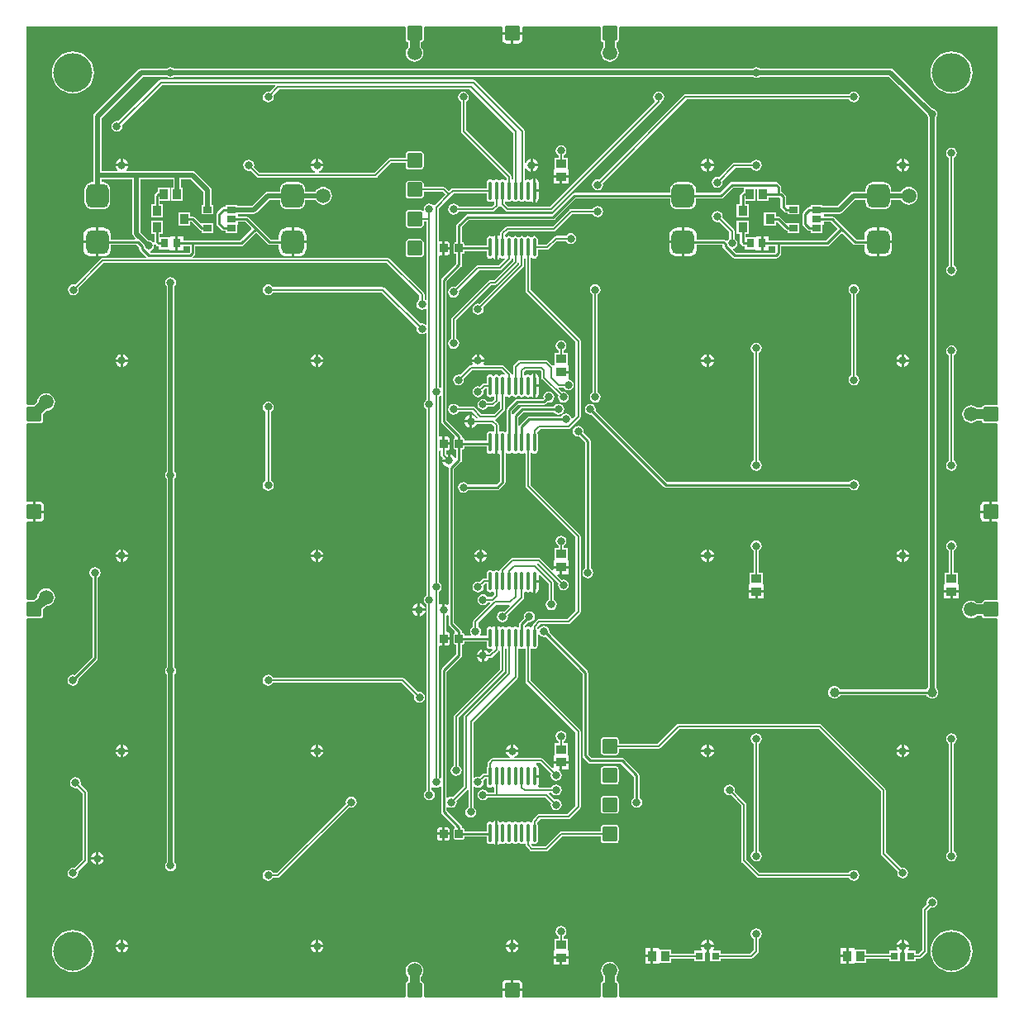
<source format=gbl>
G04 Layer_Physical_Order=2*
G04 Layer_Color=11436288*
%FSLAX25Y25*%
%MOIN*%
G70*
G01*
G75*
G04:AMPARAMS|DCode=11|XSize=31.5mil|YSize=35.43mil|CornerRadius=1.58mil|HoleSize=0mil|Usage=FLASHONLY|Rotation=0.000|XOffset=0mil|YOffset=0mil|HoleType=Round|Shape=RoundedRectangle|*
%AMROUNDEDRECTD11*
21,1,0.03150,0.03228,0,0,0.0*
21,1,0.02835,0.03543,0,0,0.0*
1,1,0.00315,0.01417,-0.01614*
1,1,0.00315,-0.01417,-0.01614*
1,1,0.00315,-0.01417,0.01614*
1,1,0.00315,0.01417,0.01614*
%
%ADD11ROUNDEDRECTD11*%
%ADD15C,0.01000*%
%ADD16C,0.00787*%
%ADD17C,0.00984*%
%ADD18C,0.01969*%
%ADD19C,0.15748*%
%ADD20C,0.03150*%
%ADD21C,0.05000*%
%ADD22C,0.03937*%
%ADD23C,0.05906*%
%ADD24O,0.01378X0.07874*%
%ADD25R,0.03543X0.02559*%
%ADD26R,0.03150X0.03740*%
%ADD27R,0.03543X0.04134*%
%ADD28R,0.03543X0.04331*%
%ADD29R,0.03150X0.03150*%
G04:AMPARAMS|DCode=30|XSize=60mil|YSize=60mil|CornerRadius=6mil|HoleSize=0mil|Usage=FLASHONLY|Rotation=90.000|XOffset=0mil|YOffset=0mil|HoleType=Round|Shape=RoundedRectangle|*
%AMROUNDEDRECTD30*
21,1,0.06000,0.04800,0,0,90.0*
21,1,0.04800,0.06000,0,0,90.0*
1,1,0.01200,0.02400,0.02400*
1,1,0.01200,0.02400,-0.02400*
1,1,0.01200,-0.02400,-0.02400*
1,1,0.01200,-0.02400,0.02400*
%
%ADD30ROUNDEDRECTD30*%
G04:AMPARAMS|DCode=31|XSize=90.55mil|YSize=96.46mil|CornerRadius=22.64mil|HoleSize=0mil|Usage=FLASHONLY|Rotation=180.000|XOffset=0mil|YOffset=0mil|HoleType=Round|Shape=RoundedRectangle|*
%AMROUNDEDRECTD31*
21,1,0.09055,0.05118,0,0,180.0*
21,1,0.04528,0.09646,0,0,180.0*
1,1,0.04528,-0.02264,0.02559*
1,1,0.04528,0.02264,0.02559*
1,1,0.04528,0.02264,-0.02559*
1,1,0.04528,-0.02264,-0.02559*
%
%ADD31ROUNDEDRECTD31*%
G04:AMPARAMS|DCode=32|XSize=60mil|YSize=60mil|CornerRadius=6mil|HoleSize=0mil|Usage=FLASHONLY|Rotation=180.000|XOffset=0mil|YOffset=0mil|HoleType=Round|Shape=RoundedRectangle|*
%AMROUNDEDRECTD32*
21,1,0.06000,0.04800,0,0,180.0*
21,1,0.04800,0.06000,0,0,180.0*
1,1,0.01200,-0.02400,0.02400*
1,1,0.01200,0.02400,0.02400*
1,1,0.01200,0.02400,-0.02400*
1,1,0.01200,-0.02400,-0.02400*
%
%ADD32ROUNDEDRECTD32*%
%ADD33R,0.04134X0.03543*%
%ADD34C,0.03937*%
G36*
X432087Y279614D02*
X431587Y279204D01*
X431534Y279214D01*
X426734D01*
X426266Y279121D01*
X425869Y278856D01*
X425603Y278459D01*
X425548Y278181D01*
X423720D01*
X423052Y278694D01*
X422187Y279052D01*
X421260Y279174D01*
X420332Y279052D01*
X419468Y278694D01*
X418726Y278124D01*
X418156Y277382D01*
X417799Y276518D01*
X417676Y275590D01*
X417799Y274663D01*
X418156Y273799D01*
X418726Y273057D01*
X419468Y272487D01*
X420332Y272129D01*
X421260Y272007D01*
X422187Y272129D01*
X423052Y272487D01*
X423720Y273000D01*
X425548D01*
X425603Y272722D01*
X425869Y272325D01*
X426266Y272060D01*
X426734Y271967D01*
X431534D01*
X431587Y271977D01*
X432087Y271567D01*
Y240536D01*
X431700Y240219D01*
X431534Y240252D01*
X429634D01*
Y236221D01*
Y232189D01*
X431534D01*
X431700Y232222D01*
X432087Y231905D01*
Y200874D01*
X431587Y200463D01*
X431534Y200474D01*
X426734D01*
X426266Y200381D01*
X425869Y200115D01*
X425603Y199719D01*
X425548Y199441D01*
X423720D01*
X423052Y199954D01*
X422187Y200312D01*
X421260Y200434D01*
X420332Y200312D01*
X419468Y199954D01*
X418726Y199384D01*
X418156Y198642D01*
X417799Y197778D01*
X417676Y196850D01*
X417799Y195923D01*
X418156Y195059D01*
X418726Y194316D01*
X419468Y193747D01*
X420332Y193389D01*
X421260Y193267D01*
X422187Y193389D01*
X423052Y193747D01*
X423720Y194260D01*
X425548D01*
X425603Y193982D01*
X425869Y193585D01*
X426266Y193320D01*
X426734Y193227D01*
X431534D01*
X431587Y193237D01*
X432087Y192827D01*
Y40354D01*
X279614D01*
X279204Y40854D01*
X279214Y40907D01*
Y45707D01*
X279121Y46175D01*
X278856Y46572D01*
X278459Y46837D01*
X278181Y46893D01*
Y48721D01*
X278694Y49389D01*
X279052Y50254D01*
X279174Y51181D01*
X279052Y52109D01*
X278694Y52973D01*
X278124Y53715D01*
X277382Y54284D01*
X276518Y54642D01*
X275590Y54764D01*
X274663Y54642D01*
X273799Y54284D01*
X273057Y53715D01*
X272487Y52973D01*
X272129Y52109D01*
X272007Y51181D01*
X272129Y50254D01*
X272487Y49389D01*
X273000Y48721D01*
Y46893D01*
X272722Y46837D01*
X272325Y46572D01*
X272060Y46175D01*
X271967Y45707D01*
Y40907D01*
X271977Y40854D01*
X271567Y40354D01*
X240536D01*
X240219Y40741D01*
X240252Y40907D01*
Y42807D01*
X232189D01*
Y40907D01*
X232222Y40741D01*
X231905Y40354D01*
X200874D01*
X200463Y40854D01*
X200474Y40907D01*
Y45707D01*
X200381Y46175D01*
X200115Y46572D01*
X199719Y46837D01*
X199441Y46893D01*
Y48721D01*
X199954Y49389D01*
X200312Y50254D01*
X200434Y51181D01*
X200312Y52109D01*
X199954Y52973D01*
X199384Y53715D01*
X198642Y54284D01*
X197778Y54642D01*
X196850Y54764D01*
X195923Y54642D01*
X195059Y54284D01*
X194316Y53715D01*
X193747Y52973D01*
X193389Y52109D01*
X193267Y51181D01*
X193389Y50254D01*
X193747Y49389D01*
X194260Y48721D01*
Y46893D01*
X193982Y46837D01*
X193585Y46572D01*
X193320Y46175D01*
X193227Y45707D01*
Y40907D01*
X193237Y40854D01*
X192827Y40354D01*
X40354D01*
Y192827D01*
X40854Y193237D01*
X40907Y193227D01*
X45707D01*
X46175Y193320D01*
X46572Y193585D01*
X46837Y193982D01*
X46931Y194450D01*
Y196810D01*
X48321Y198200D01*
X49156Y198310D01*
X50020Y198668D01*
X50762Y199238D01*
X51332Y199980D01*
X51690Y200844D01*
X51812Y201772D01*
X51690Y202699D01*
X51332Y203563D01*
X50762Y204306D01*
X50020Y204875D01*
X49156Y205233D01*
X48228Y205355D01*
X47301Y205233D01*
X46437Y204875D01*
X45695Y204306D01*
X45125Y203563D01*
X44767Y202699D01*
X44657Y201864D01*
X43267Y200474D01*
X40907D01*
X40854Y200463D01*
X40354Y200874D01*
Y231905D01*
X40741Y232222D01*
X40907Y232189D01*
X42807D01*
Y236221D01*
Y240252D01*
X40907D01*
X40741Y240219D01*
X40354Y240536D01*
Y271567D01*
X40854Y271977D01*
X40907Y271967D01*
X45707D01*
X46175Y272060D01*
X46572Y272325D01*
X46837Y272722D01*
X46931Y273190D01*
Y275550D01*
X48321Y276941D01*
X49156Y277050D01*
X50020Y277409D01*
X50762Y277978D01*
X51332Y278720D01*
X51690Y279584D01*
X51812Y280512D01*
X51690Y281439D01*
X51332Y282304D01*
X50762Y283046D01*
X50020Y283615D01*
X49156Y283973D01*
X48228Y284095D01*
X47301Y283973D01*
X46437Y283615D01*
X45695Y283046D01*
X45125Y282304D01*
X44767Y281439D01*
X44657Y280604D01*
X43267Y279214D01*
X40907D01*
X40854Y279204D01*
X40354Y279614D01*
Y432087D01*
X192827D01*
X193237Y431587D01*
X193227Y431534D01*
Y426734D01*
X193320Y426266D01*
X193585Y425869D01*
X193982Y425603D01*
X194260Y425548D01*
Y423720D01*
X193747Y423052D01*
X193389Y422187D01*
X193267Y421260D01*
X193389Y420332D01*
X193747Y419468D01*
X194316Y418726D01*
X195059Y418156D01*
X195923Y417799D01*
X196850Y417676D01*
X197778Y417799D01*
X198642Y418156D01*
X199384Y418726D01*
X199954Y419468D01*
X200312Y420332D01*
X200434Y421260D01*
X200312Y422187D01*
X199954Y423052D01*
X199441Y423720D01*
Y425548D01*
X199719Y425603D01*
X200115Y425869D01*
X200381Y426266D01*
X200474Y426734D01*
Y431534D01*
X200463Y431587D01*
X200874Y432087D01*
X231905D01*
X232222Y431700D01*
X232189Y431534D01*
Y429634D01*
X240252D01*
Y431534D01*
X240219Y431700D01*
X240536Y432087D01*
X271567D01*
X271977Y431587D01*
X271967Y431534D01*
Y426734D01*
X272060Y426266D01*
X272325Y425869D01*
X272722Y425603D01*
X273000Y425548D01*
Y423720D01*
X272487Y423052D01*
X272129Y422187D01*
X272007Y421260D01*
X272129Y420332D01*
X272487Y419468D01*
X273057Y418726D01*
X273799Y418156D01*
X274663Y417799D01*
X275590Y417676D01*
X276518Y417799D01*
X277382Y418156D01*
X278124Y418726D01*
X278694Y419468D01*
X279052Y420332D01*
X279174Y421260D01*
X279052Y422187D01*
X278694Y423052D01*
X278181Y423720D01*
Y425548D01*
X278459Y425603D01*
X278856Y425869D01*
X279121Y426266D01*
X279214Y426734D01*
Y431534D01*
X279204Y431587D01*
X279614Y432087D01*
X432087D01*
Y279614D01*
D02*
G37*
%LPC*%
G36*
X79240Y142295D02*
Y140264D01*
X81271D01*
X81249Y140436D01*
X80989Y141062D01*
X80576Y141600D01*
X80039Y142013D01*
X79412Y142272D01*
X79240Y142295D01*
D02*
G37*
G36*
X156980D02*
X156808Y142272D01*
X156182Y142013D01*
X155644Y141600D01*
X155231Y141062D01*
X154972Y140436D01*
X154949Y140264D01*
X156980D01*
Y142295D01*
D02*
G37*
G36*
X78240D02*
X78068Y142272D01*
X77442Y142013D01*
X76904Y141600D01*
X76491Y141062D01*
X76232Y140436D01*
X76209Y140264D01*
X78240D01*
Y142295D01*
D02*
G37*
G36*
X396232Y139264D02*
X394201D01*
Y137233D01*
X394373Y137255D01*
X394999Y137515D01*
X395537Y137927D01*
X395950Y138465D01*
X396209Y139092D01*
X396232Y139264D01*
D02*
G37*
G36*
X393201D02*
X391170D01*
X391192Y139092D01*
X391452Y138465D01*
X391864Y137927D01*
X392402Y137515D01*
X393029Y137255D01*
X393201Y137233D01*
Y139264D01*
D02*
G37*
G36*
X157980Y142295D02*
Y140264D01*
X160011D01*
X159989Y140436D01*
X159729Y141062D01*
X159317Y141600D01*
X158779Y142013D01*
X158152Y142272D01*
X157980Y142295D01*
D02*
G37*
G36*
X315461D02*
Y140264D01*
X317492D01*
X317469Y140436D01*
X317210Y141062D01*
X316797Y141600D01*
X316259Y142013D01*
X315633Y142272D01*
X315461Y142295D01*
D02*
G37*
G36*
X393201D02*
X393029Y142272D01*
X392402Y142013D01*
X391864Y141600D01*
X391452Y141062D01*
X391192Y140436D01*
X391170Y140264D01*
X393201D01*
Y142295D01*
D02*
G37*
G36*
X314461D02*
X314288Y142272D01*
X313662Y142013D01*
X313124Y141600D01*
X312712Y141062D01*
X312452Y140436D01*
X312429Y140264D01*
X314461D01*
Y142295D01*
D02*
G37*
G36*
X235720D02*
X235548Y142272D01*
X234922Y142013D01*
X234384Y141600D01*
X233971Y141062D01*
X233712Y140436D01*
X233689Y140264D01*
X235720D01*
Y142295D01*
D02*
G37*
G36*
X236720D02*
Y140264D01*
X238752D01*
X238729Y140436D01*
X238470Y141062D01*
X238057Y141600D01*
X237519Y142013D01*
X236893Y142272D01*
X236720Y142295D01*
D02*
G37*
G36*
X258972Y134638D02*
X256405D01*
Y132366D01*
X258972D01*
Y134638D01*
D02*
G37*
G36*
X255906Y147887D02*
X255057Y147718D01*
X254338Y147237D01*
X253857Y146518D01*
X253688Y145669D01*
X253857Y144821D01*
X254338Y144101D01*
X254892Y143731D01*
Y142824D01*
X253239D01*
Y138409D01*
X253239Y138151D01*
X253211Y138134D01*
X253201Y138128D01*
X252838Y137909D01*
Y137909D01*
X252839Y137873D01*
X252838Y137869D01*
X252839Y137865D01*
Y137865D01*
Y137859D01*
X252838Y137858D01*
X252839Y137848D01*
Y137847D01*
Y137842D01*
Y137841D01*
Y137840D01*
Y137840D01*
D01*
X252839Y137369D01*
Y135638D01*
X258972D01*
Y137840D01*
X258972Y137840D01*
X258973D01*
Y137840D01*
Y137909D01*
X258600Y138134D01*
X258600Y138134D01*
X258594Y138138D01*
X258572Y138151D01*
X258572Y138409D01*
Y142824D01*
X256919D01*
Y143731D01*
X257473Y144101D01*
X257954Y144821D01*
X258123Y145669D01*
X257954Y146518D01*
X257473Y147237D01*
X256754Y147718D01*
X255906Y147887D01*
D02*
G37*
G36*
X277991Y133545D02*
X273190D01*
X272722Y133452D01*
X272325Y133186D01*
X272060Y132790D01*
X271967Y132321D01*
Y127521D01*
X272060Y127053D01*
X272325Y126656D01*
X272722Y126391D01*
X273190Y126298D01*
X277991D01*
X278459Y126391D01*
X278856Y126656D01*
X279121Y127053D01*
X279214Y127521D01*
Y132321D01*
X279121Y132790D01*
X278856Y133186D01*
X278459Y133452D01*
X277991Y133545D01*
D02*
G37*
G36*
Y121734D02*
X273190D01*
X272722Y121641D01*
X272325Y121375D01*
X272060Y120978D01*
X271967Y120510D01*
Y115710D01*
X272060Y115242D01*
X272325Y114845D01*
X272722Y114580D01*
X273190Y114487D01*
X277991D01*
X278459Y114580D01*
X278856Y114845D01*
X279121Y115242D01*
X279214Y115710D01*
Y120510D01*
X279121Y120978D01*
X278856Y121375D01*
X278459Y121641D01*
X277991Y121734D01*
D02*
G37*
G36*
X171260Y121312D02*
X170411Y121143D01*
X169692Y120662D01*
X169211Y119943D01*
X169042Y119095D01*
X169173Y118440D01*
X141313Y90580D01*
X139734D01*
X139363Y91135D01*
X138644Y91615D01*
X137795Y91784D01*
X136947Y91615D01*
X136227Y91135D01*
X135747Y90416D01*
X135578Y89567D01*
X135747Y88718D01*
X136227Y87999D01*
X136947Y87518D01*
X137795Y87349D01*
X138644Y87518D01*
X139363Y87999D01*
X139734Y88554D01*
X141732D01*
X142120Y88631D01*
X142449Y88850D01*
X170605Y117007D01*
X171260Y116877D01*
X172108Y117046D01*
X172828Y117526D01*
X173309Y118246D01*
X173477Y119095D01*
X173309Y119943D01*
X172828Y120662D01*
X172108Y121143D01*
X171260Y121312D01*
D02*
G37*
G36*
X78240Y139264D02*
X76209D01*
X76232Y139092D01*
X76491Y138465D01*
X76904Y137927D01*
X77442Y137515D01*
X78068Y137255D01*
X78240Y137233D01*
Y139264D01*
D02*
G37*
G36*
X314461D02*
X312429D01*
X312452Y139092D01*
X312712Y138465D01*
X313124Y137927D01*
X313662Y137515D01*
X314288Y137255D01*
X314461Y137233D01*
Y139264D01*
D02*
G37*
G36*
X317492D02*
X315461D01*
Y137233D01*
X315633Y137255D01*
X316259Y137515D01*
X316797Y137927D01*
X317210Y138465D01*
X317469Y139092D01*
X317492Y139264D01*
D02*
G37*
G36*
X160011D02*
X157980D01*
Y137233D01*
X158152Y137255D01*
X158779Y137515D01*
X159317Y137927D01*
X159729Y138465D01*
X159989Y139092D01*
X160011Y139264D01*
D02*
G37*
G36*
X81271D02*
X79240D01*
Y137233D01*
X79412Y137255D01*
X80039Y137515D01*
X80576Y137927D01*
X80989Y138465D01*
X81249Y139092D01*
X81271Y139264D01*
D02*
G37*
G36*
X156980D02*
X154949D01*
X154972Y139092D01*
X155231Y138465D01*
X155644Y137927D01*
X156182Y137515D01*
X156808Y137255D01*
X156980Y137233D01*
Y139264D01*
D02*
G37*
G36*
X78240Y218004D02*
X76209D01*
X76232Y217832D01*
X76491Y217205D01*
X76904Y216668D01*
X77442Y216255D01*
X78068Y215995D01*
X78240Y215973D01*
Y218004D01*
D02*
G37*
G36*
X81271D02*
X79240D01*
Y215973D01*
X79412Y215995D01*
X80039Y216255D01*
X80576Y216668D01*
X80989Y217205D01*
X81249Y217832D01*
X81271Y218004D01*
D02*
G37*
G36*
X262795Y270918D02*
X261947Y270749D01*
X261227Y270269D01*
X260747Y269549D01*
X260578Y268701D01*
X260747Y267852D01*
X261227Y267133D01*
X261947Y266652D01*
X262795Y266483D01*
X263322Y266588D01*
X265611Y264299D01*
Y213480D01*
X265164Y213182D01*
X264684Y212463D01*
X264515Y211614D01*
X264684Y210766D01*
X265164Y210046D01*
X265884Y209565D01*
X266732Y209397D01*
X267581Y209565D01*
X268300Y210046D01*
X268781Y210766D01*
X268950Y211614D01*
X268781Y212463D01*
X268300Y213182D01*
X267854Y213480D01*
Y264764D01*
Y264764D01*
Y264764D01*
X267820Y264934D01*
X267769Y265193D01*
X267769Y265193D01*
Y265193D01*
X267525Y265557D01*
X267525Y265557D01*
X264908Y268174D01*
X265013Y268701D01*
X264844Y269549D01*
X264363Y270269D01*
X263644Y270749D01*
X262795Y270918D01*
D02*
G37*
G36*
X334646Y224658D02*
X333797Y224490D01*
X333078Y224009D01*
X332597Y223289D01*
X332428Y222441D01*
X332597Y221592D01*
X333078Y220873D01*
X333632Y220502D01*
Y211722D01*
X331979D01*
Y207307D01*
X331979Y207049D01*
X331951Y207032D01*
X331941Y207026D01*
X331579Y206807D01*
Y206807D01*
X331579Y206770D01*
X331579Y206766D01*
X331579Y206763D01*
Y206763D01*
Y206757D01*
X331579Y206756D01*
X331579Y206746D01*
Y206745D01*
Y206740D01*
Y206738D01*
Y206737D01*
Y206737D01*
D01*
X331579Y206266D01*
Y204535D01*
X337713D01*
Y206737D01*
X337713Y206737D01*
X337713D01*
Y206737D01*
Y206807D01*
X337340Y207032D01*
X337340Y207032D01*
X337334Y207035D01*
X337313Y207049D01*
X337313Y207307D01*
Y211722D01*
X335659D01*
Y220502D01*
X336214Y220873D01*
X336694Y221592D01*
X336863Y222441D01*
X336694Y223289D01*
X336214Y224009D01*
X335494Y224490D01*
X334646Y224658D01*
D02*
G37*
G36*
X413386D02*
X412537Y224490D01*
X411818Y224009D01*
X411337Y223289D01*
X411168Y222441D01*
X411337Y221592D01*
X411818Y220873D01*
X412373Y220502D01*
Y211722D01*
X410719D01*
Y207307D01*
X410719Y207049D01*
X410692Y207032D01*
X410681Y207026D01*
X410319Y206807D01*
Y206807D01*
X410319Y206770D01*
X410319Y206766D01*
X410319Y206763D01*
Y206763D01*
Y206757D01*
X410319Y206756D01*
X410319Y206746D01*
Y206745D01*
Y206740D01*
Y206738D01*
Y206737D01*
Y206737D01*
D01*
X410319Y206266D01*
Y204535D01*
X416453D01*
Y206737D01*
X416453Y206737D01*
X416453D01*
Y206737D01*
Y206807D01*
X416080Y207032D01*
X416080Y207032D01*
X416074Y207035D01*
X416053Y207049D01*
X416053Y207307D01*
Y211722D01*
X414399D01*
Y220502D01*
X414954Y220873D01*
X415435Y221592D01*
X415603Y222441D01*
X415435Y223289D01*
X414954Y224009D01*
X414234Y224490D01*
X413386Y224658D01*
D02*
G37*
G36*
X156980Y218004D02*
X154949D01*
X154972Y217832D01*
X155231Y217205D01*
X155644Y216668D01*
X156182Y216255D01*
X156808Y215995D01*
X156980Y215973D01*
Y218004D01*
D02*
G37*
G36*
X393201D02*
X391170D01*
X391192Y217832D01*
X391452Y217205D01*
X391864Y216668D01*
X392402Y216255D01*
X393029Y215995D01*
X393201Y215973D01*
Y218004D01*
D02*
G37*
G36*
X396232D02*
X394201D01*
Y215973D01*
X394373Y215995D01*
X394999Y216255D01*
X395537Y216668D01*
X395950Y217205D01*
X396209Y217832D01*
X396232Y218004D01*
D02*
G37*
G36*
X317492D02*
X315461D01*
Y215973D01*
X315633Y215995D01*
X316259Y216255D01*
X316797Y216668D01*
X317210Y217205D01*
X317469Y217832D01*
X317492Y218004D01*
D02*
G37*
G36*
X160011D02*
X157980D01*
Y215973D01*
X158152Y215995D01*
X158779Y216255D01*
X159317Y216668D01*
X159729Y217205D01*
X159989Y217832D01*
X160011Y218004D01*
D02*
G37*
G36*
X314461D02*
X312429D01*
X312452Y217832D01*
X312712Y217205D01*
X313124Y216668D01*
X313662Y216255D01*
X314288Y215995D01*
X314461Y215973D01*
Y218004D01*
D02*
G37*
G36*
X198122Y196153D02*
X196091D01*
X196114Y195981D01*
X196373Y195355D01*
X196786Y194817D01*
X197324Y194404D01*
X197950Y194145D01*
X198122Y194122D01*
Y196153D01*
D02*
G37*
G36*
X201153D02*
X199122D01*
Y194122D01*
X199294Y194145D01*
X199921Y194404D01*
X200458Y194817D01*
X200871Y195355D01*
X201131Y195981D01*
X201153Y196153D01*
D02*
G37*
G36*
X67913Y213832D02*
X67065Y213663D01*
X66345Y213182D01*
X65865Y212463D01*
X65696Y211614D01*
X65865Y210766D01*
X66345Y210046D01*
X66792Y209748D01*
Y177630D01*
X59582Y170420D01*
X59055Y170525D01*
X58207Y170356D01*
X57487Y169875D01*
X57007Y169156D01*
X56838Y168307D01*
X57007Y167458D01*
X57487Y166739D01*
X58207Y166259D01*
X59055Y166090D01*
X59904Y166259D01*
X60623Y166739D01*
X61104Y167458D01*
X61273Y168307D01*
X61168Y168834D01*
X68706Y176372D01*
X68706Y176372D01*
X68950Y176736D01*
X69035Y177165D01*
X69035Y177165D01*
Y209748D01*
X69481Y210046D01*
X69962Y210766D01*
X70131Y211614D01*
X69962Y212463D01*
X69481Y213182D01*
X68762Y213663D01*
X67913Y213832D01*
D02*
G37*
G36*
X394201Y142295D02*
Y140264D01*
X396232D01*
X396209Y140436D01*
X395950Y141062D01*
X395537Y141600D01*
X394999Y142013D01*
X394373Y142272D01*
X394201Y142295D01*
D02*
G37*
G36*
X137795Y170525D02*
X136947Y170356D01*
X136227Y169875D01*
X135747Y169156D01*
X135578Y168307D01*
X135747Y167458D01*
X136227Y166739D01*
X136947Y166259D01*
X137795Y166090D01*
X138644Y166259D01*
X139363Y166739D01*
X139734Y167294D01*
X191509D01*
X196732Y162072D01*
X196601Y161417D01*
X196770Y160569D01*
X197251Y159849D01*
X197970Y159369D01*
X198819Y159200D01*
X199668Y159369D01*
X200387Y159849D01*
X200868Y160569D01*
X201036Y161417D01*
X200868Y162266D01*
X200387Y162985D01*
X199668Y163466D01*
X198819Y163635D01*
X198164Y163505D01*
X192646Y169024D01*
X192317Y169243D01*
X191929Y169320D01*
X139734D01*
X139363Y169875D01*
X138644Y170356D01*
X137795Y170525D01*
D02*
G37*
G36*
X198122Y199185D02*
X197950Y199162D01*
X197324Y198903D01*
X196786Y198490D01*
X196373Y197952D01*
X196114Y197326D01*
X196091Y197153D01*
X198122D01*
Y199185D01*
D02*
G37*
G36*
X412886Y203535D02*
X410319D01*
Y201264D01*
X412886D01*
Y203535D01*
D02*
G37*
G36*
X416453D02*
X413886D01*
Y201264D01*
X416453D01*
Y203535D01*
D02*
G37*
G36*
X337713D02*
X335146D01*
Y201264D01*
X337713D01*
Y203535D01*
D02*
G37*
G36*
X199122Y199185D02*
Y197153D01*
X201153D01*
X201131Y197326D01*
X200871Y197952D01*
X200458Y198490D01*
X199921Y198903D01*
X199294Y199162D01*
X199122Y199185D01*
D02*
G37*
G36*
X334146Y203535D02*
X331579D01*
Y201264D01*
X334146D01*
Y203535D01*
D02*
G37*
G36*
X209882Y109093D02*
X208965D01*
Y106799D01*
X211062D01*
Y107913D01*
X210972Y108365D01*
X210716Y108748D01*
X210333Y109004D01*
X209882Y109093D01*
D02*
G37*
G36*
X78240Y60524D02*
X76209D01*
X76232Y60352D01*
X76491Y59725D01*
X76904Y59187D01*
X77442Y58775D01*
X78068Y58515D01*
X78240Y58492D01*
Y60524D01*
D02*
G37*
G36*
X81271D02*
X79240D01*
Y58492D01*
X79412Y58515D01*
X80039Y58775D01*
X80576Y59187D01*
X80989Y59725D01*
X81249Y60352D01*
X81271Y60524D01*
D02*
G37*
G36*
X393201D02*
X391170D01*
X391192Y60352D01*
X391452Y59725D01*
X391463Y59710D01*
X391242Y59261D01*
X388278D01*
Y58100D01*
X379045D01*
Y59754D01*
X374630D01*
X374371Y59754D01*
X374355Y59781D01*
X374349Y59791D01*
X374130Y60154D01*
X374130D01*
X374093Y60154D01*
X374089Y60154D01*
X374086Y60154D01*
X374086D01*
X374080D01*
X374079Y60154D01*
X374069Y60154D01*
X374068D01*
X374062D01*
X374061D01*
X374060D01*
X374060D01*
D01*
X373589Y60154D01*
X371858D01*
Y57087D01*
Y54020D01*
X374060D01*
X374060Y54020D01*
Y54020D01*
X374060D01*
X374130D01*
X374355Y54392D01*
X374355Y54392D01*
X374358Y54398D01*
X374371Y54420D01*
X374630Y54420D01*
X379045D01*
Y56073D01*
X388278D01*
Y54912D01*
X392628D01*
Y58227D01*
X393128Y58502D01*
X393201Y58492D01*
Y60524D01*
D02*
G37*
G36*
X314461D02*
X312429D01*
X312452Y60352D01*
X312712Y59725D01*
X312723Y59710D01*
X312502Y59261D01*
X309538D01*
Y58100D01*
X300305D01*
Y59754D01*
X295890D01*
X295631Y59754D01*
X295615Y59781D01*
X295609Y59791D01*
X295390Y60154D01*
X295390D01*
X295353Y60154D01*
X295349Y60154D01*
X295346Y60154D01*
X295345D01*
X295340D01*
X295339Y60154D01*
X295329Y60154D01*
X295328D01*
X295322D01*
X295321D01*
X295320D01*
X295320D01*
D01*
X294849Y60154D01*
X293118D01*
Y57087D01*
Y54020D01*
X295320D01*
X295320Y54020D01*
Y54020D01*
X295320D01*
X295390D01*
X295615Y54392D01*
X295615Y54392D01*
X295618Y54398D01*
X295631Y54420D01*
X295890Y54420D01*
X300305D01*
Y56073D01*
X309538D01*
Y54912D01*
X313887D01*
Y58227D01*
X314387Y58502D01*
X314461Y58492D01*
Y60524D01*
D02*
G37*
G36*
X334646Y68162D02*
X333797Y67993D01*
X333078Y67513D01*
X332597Y66793D01*
X332428Y65945D01*
X332597Y65096D01*
X333078Y64377D01*
X333632Y64006D01*
Y59475D01*
X332258Y58100D01*
X320384D01*
Y59261D01*
X317419D01*
X317198Y59710D01*
X317210Y59725D01*
X317469Y60352D01*
X317492Y60524D01*
X315461D01*
Y58492D01*
X315534Y58502D01*
X316034Y58227D01*
Y54912D01*
X320384D01*
Y56073D01*
X332677D01*
X333065Y56151D01*
X333394Y56370D01*
X335362Y58339D01*
X335582Y58667D01*
X335659Y59055D01*
Y64006D01*
X336214Y64377D01*
X336694Y65096D01*
X336863Y65945D01*
X336694Y66793D01*
X336214Y67513D01*
X335494Y67993D01*
X334646Y68162D01*
D02*
G37*
G36*
X156980Y60524D02*
X154949D01*
X154972Y60352D01*
X155231Y59725D01*
X155644Y59187D01*
X156182Y58775D01*
X156808Y58515D01*
X156980Y58492D01*
Y60524D01*
D02*
G37*
G36*
X78240Y63555D02*
X78068Y63532D01*
X77442Y63273D01*
X76904Y62860D01*
X76491Y62322D01*
X76232Y61696D01*
X76209Y61524D01*
X78240D01*
Y63555D01*
D02*
G37*
G36*
X79240D02*
Y61524D01*
X81271D01*
X81249Y61696D01*
X80989Y62322D01*
X80576Y62860D01*
X80039Y63273D01*
X79412Y63532D01*
X79240Y63555D01*
D02*
G37*
G36*
X238752Y60524D02*
X236720D01*
Y58492D01*
X236893Y58515D01*
X237519Y58775D01*
X238057Y59187D01*
X238470Y59725D01*
X238729Y60352D01*
X238752Y60524D01*
D02*
G37*
G36*
X160011D02*
X157980D01*
Y58492D01*
X158152Y58515D01*
X158779Y58775D01*
X159317Y59187D01*
X159729Y59725D01*
X159989Y60352D01*
X160011Y60524D01*
D02*
G37*
G36*
X235720D02*
X233689D01*
X233712Y60352D01*
X233971Y59725D01*
X234384Y59187D01*
X234922Y58775D01*
X235548Y58515D01*
X235720Y58492D01*
Y60524D01*
D02*
G37*
G36*
X413386Y67570D02*
X411725Y67406D01*
X410127Y66922D01*
X408655Y66135D01*
X407365Y65076D01*
X406306Y63786D01*
X405519Y62314D01*
X405034Y60716D01*
X404871Y59055D01*
X405034Y57394D01*
X405519Y55797D01*
X406306Y54324D01*
X407365Y53034D01*
X408655Y51975D01*
X410127Y51188D01*
X411725Y50704D01*
X413386Y50540D01*
X415047Y50704D01*
X416644Y51188D01*
X418117Y51975D01*
X419407Y53034D01*
X420466Y54324D01*
X421253Y55797D01*
X421737Y57394D01*
X421901Y59055D01*
X421737Y60716D01*
X421253Y62314D01*
X420466Y63786D01*
X419407Y65076D01*
X418117Y66135D01*
X416644Y66922D01*
X415047Y67406D01*
X413386Y67570D01*
D02*
G37*
G36*
X255405Y55898D02*
X252839D01*
Y53626D01*
X255405D01*
Y55898D01*
D02*
G37*
G36*
X59055Y67570D02*
X57394Y67406D01*
X55797Y66922D01*
X54324Y66135D01*
X53034Y65076D01*
X51975Y63786D01*
X51188Y62314D01*
X50704Y60716D01*
X50540Y59055D01*
X50704Y57394D01*
X51188Y55797D01*
X51975Y54324D01*
X53034Y53034D01*
X54324Y51975D01*
X55797Y51188D01*
X57394Y50704D01*
X59055Y50540D01*
X60716Y50704D01*
X62314Y51188D01*
X63786Y51975D01*
X65076Y53034D01*
X66135Y54324D01*
X66922Y55797D01*
X67406Y57394D01*
X67570Y59055D01*
X67406Y60716D01*
X66922Y62314D01*
X66135Y63786D01*
X65076Y65076D01*
X63786Y66135D01*
X62314Y66922D01*
X60716Y67406D01*
X59055Y67570D01*
D02*
G37*
G36*
X235720Y47338D02*
X233821D01*
X233196Y47214D01*
X232667Y46861D01*
X232313Y46331D01*
X232189Y45707D01*
Y43807D01*
X235720D01*
Y47338D01*
D02*
G37*
G36*
X238620D02*
X236720D01*
Y43807D01*
X240252D01*
Y45707D01*
X240128Y46331D01*
X239774Y46861D01*
X239245Y47214D01*
X238620Y47338D01*
D02*
G37*
G36*
X258972Y55898D02*
X256405D01*
Y53626D01*
X258972D01*
Y55898D01*
D02*
G37*
G36*
X292118Y60154D02*
X289846D01*
Y57587D01*
X292118D01*
Y60154D01*
D02*
G37*
G36*
X370858D02*
X368587D01*
Y57587D01*
X370858D01*
Y60154D01*
D02*
G37*
G36*
X255906Y69147D02*
X255057Y68978D01*
X254338Y68497D01*
X253857Y67778D01*
X253688Y66929D01*
X253857Y66081D01*
X254338Y65361D01*
X254892Y64991D01*
Y64084D01*
X253239D01*
Y59669D01*
X253239Y59411D01*
X253211Y59394D01*
X253201Y59388D01*
X252838Y59169D01*
Y59169D01*
X252839Y59132D01*
X252838Y59129D01*
X252839Y59125D01*
Y59125D01*
Y59119D01*
X252838Y59118D01*
X252839Y59108D01*
Y59107D01*
Y59102D01*
Y59101D01*
Y59100D01*
Y59100D01*
D01*
X252839Y58629D01*
Y56898D01*
X258972D01*
Y59100D01*
X258972Y59100D01*
X258973D01*
Y59100D01*
Y59169D01*
X258600Y59394D01*
X258600Y59394D01*
X258594Y59398D01*
X258572Y59411D01*
X258572Y59669D01*
Y64084D01*
X256919D01*
Y64991D01*
X257473Y65361D01*
X257954Y66081D01*
X258123Y66929D01*
X257954Y67778D01*
X257473Y68497D01*
X256754Y68978D01*
X255906Y69147D01*
D02*
G37*
G36*
X292118Y56587D02*
X289846D01*
Y54020D01*
X292118D01*
Y56587D01*
D02*
G37*
G36*
X370858D02*
X368587D01*
Y54020D01*
X370858D01*
Y56587D01*
D02*
G37*
G36*
X71429Y95957D02*
X69398D01*
Y93925D01*
X69570Y93948D01*
X70196Y94208D01*
X70734Y94620D01*
X71147Y95158D01*
X71406Y95784D01*
X71429Y95957D01*
D02*
G37*
G36*
X334646Y146902D02*
X333797Y146734D01*
X333078Y146253D01*
X332597Y145534D01*
X332428Y144685D01*
X332597Y143836D01*
X333078Y143117D01*
X333632Y142746D01*
Y99380D01*
X333078Y99009D01*
X332597Y98290D01*
X332428Y97441D01*
X332597Y96592D01*
X333078Y95873D01*
X333797Y95392D01*
X334646Y95223D01*
X335494Y95392D01*
X336214Y95873D01*
X336694Y96592D01*
X336863Y97441D01*
X336694Y98290D01*
X336214Y99009D01*
X335659Y99380D01*
Y142746D01*
X336214Y143117D01*
X336694Y143836D01*
X336863Y144685D01*
X336694Y145534D01*
X336214Y146253D01*
X335494Y146734D01*
X334646Y146902D01*
D02*
G37*
G36*
X68398Y95957D02*
X66366D01*
X66389Y95784D01*
X66649Y95158D01*
X67061Y94620D01*
X67599Y94208D01*
X68226Y93948D01*
X68398Y93925D01*
Y95957D01*
D02*
G37*
G36*
X98425Y330958D02*
X97577Y330789D01*
X96857Y330308D01*
X96377Y329589D01*
X96208Y328740D01*
X96377Y327892D01*
X96810Y327243D01*
Y252481D01*
X96377Y251833D01*
X96208Y250984D01*
X96377Y250136D01*
X96810Y249487D01*
Y173741D01*
X96377Y173093D01*
X96208Y172244D01*
X96377Y171396D01*
X96810Y170747D01*
Y95001D01*
X96377Y94353D01*
X96208Y93504D01*
X96377Y92655D01*
X96857Y91936D01*
X97577Y91455D01*
X98425Y91286D01*
X99274Y91455D01*
X99993Y91936D01*
X100474Y92655D01*
X100643Y93504D01*
X100474Y94353D01*
X100040Y95001D01*
Y170747D01*
X100474Y171396D01*
X100643Y172244D01*
X100474Y173093D01*
X100040Y173741D01*
Y249487D01*
X100474Y250136D01*
X100643Y250984D01*
X100474Y251833D01*
X100040Y252481D01*
Y327243D01*
X100474Y327892D01*
X100643Y328740D01*
X100474Y329589D01*
X99993Y330308D01*
X99274Y330789D01*
X98425Y330958D01*
D02*
G37*
G36*
X60039Y129186D02*
X59191Y129017D01*
X58471Y128536D01*
X57991Y127817D01*
X57822Y126969D01*
X57991Y126120D01*
X58471Y125400D01*
X59191Y124920D01*
X60039Y124751D01*
X60694Y124881D01*
X62963Y122612D01*
Y95892D01*
X59710Y92638D01*
X59055Y92769D01*
X58207Y92600D01*
X57487Y92119D01*
X57007Y91400D01*
X56838Y90551D01*
X57007Y89703D01*
X57487Y88983D01*
X58207Y88503D01*
X59055Y88334D01*
X59904Y88503D01*
X60623Y88983D01*
X61104Y89703D01*
X61273Y90551D01*
X61142Y91206D01*
X64693Y94756D01*
X64912Y95085D01*
X64990Y95472D01*
Y123031D01*
X64912Y123419D01*
X64693Y123748D01*
X62127Y126314D01*
X62257Y126969D01*
X62088Y127817D01*
X61607Y128536D01*
X60888Y129017D01*
X60039Y129186D01*
D02*
G37*
G36*
X413386Y146903D02*
X412537Y146734D01*
X411818Y146253D01*
X411337Y145534D01*
X411168Y144685D01*
X411337Y143836D01*
X411818Y143117D01*
X412373Y142746D01*
Y99380D01*
X411818Y99009D01*
X411337Y98290D01*
X411168Y97441D01*
X411337Y96592D01*
X411818Y95873D01*
X412537Y95392D01*
X413386Y95223D01*
X414234Y95392D01*
X414954Y95873D01*
X415435Y96592D01*
X415603Y97441D01*
X415435Y98290D01*
X414954Y99009D01*
X414399Y99380D01*
Y142746D01*
X414954Y143117D01*
X415435Y143836D01*
X415603Y144685D01*
X415435Y145534D01*
X414954Y146253D01*
X414234Y146734D01*
X413386Y146903D01*
D02*
G37*
G36*
X211062Y105799D02*
X208965D01*
Y103505D01*
X209882D01*
X210333Y103595D01*
X210716Y103850D01*
X210972Y104233D01*
X211062Y104685D01*
Y105799D01*
D02*
G37*
G36*
X207965Y109093D02*
X207047D01*
X206596Y109004D01*
X206213Y108748D01*
X205957Y108365D01*
X205867Y107913D01*
Y106799D01*
X207965D01*
Y109093D01*
D02*
G37*
G36*
Y105799D02*
X205867D01*
Y104685D01*
X205957Y104233D01*
X206213Y103850D01*
X206596Y103595D01*
X207047Y103505D01*
X207965D01*
Y105799D01*
D02*
G37*
G36*
X68398Y98988D02*
X68226Y98965D01*
X67599Y98706D01*
X67061Y98293D01*
X66649Y97755D01*
X66389Y97129D01*
X66366Y96957D01*
X68398D01*
Y98988D01*
D02*
G37*
G36*
X69398D02*
Y96957D01*
X71429D01*
X71406Y97129D01*
X71147Y97755D01*
X70734Y98293D01*
X70196Y98706D01*
X69570Y98965D01*
X69398Y98988D01*
D02*
G37*
G36*
X236720Y63555D02*
Y61524D01*
X238752D01*
X238729Y61696D01*
X238470Y62322D01*
X238057Y62860D01*
X237519Y63273D01*
X236893Y63532D01*
X236720Y63555D01*
D02*
G37*
G36*
X314461D02*
X314288Y63532D01*
X313662Y63273D01*
X313124Y62860D01*
X312712Y62322D01*
X312452Y61696D01*
X312429Y61524D01*
X314461D01*
Y63555D01*
D02*
G37*
G36*
X235720D02*
X235548Y63532D01*
X234922Y63273D01*
X234384Y62860D01*
X233971Y62322D01*
X233712Y61696D01*
X233689Y61524D01*
X235720D01*
Y63555D01*
D02*
G37*
G36*
X156980D02*
X156808Y63532D01*
X156182Y63273D01*
X155644Y62860D01*
X155231Y62322D01*
X154972Y61696D01*
X154949Y61524D01*
X156980D01*
Y63555D01*
D02*
G37*
G36*
X157980D02*
Y61524D01*
X160011D01*
X159989Y61696D01*
X159729Y62322D01*
X159317Y62860D01*
X158779Y63273D01*
X158152Y63532D01*
X157980Y63555D01*
D02*
G37*
G36*
X315461D02*
Y61524D01*
X317492D01*
X317469Y61696D01*
X317210Y62322D01*
X316797Y62860D01*
X316259Y63273D01*
X315633Y63532D01*
X315461Y63555D01*
D02*
G37*
G36*
X323819Y126233D02*
X322970Y126064D01*
X322251Y125584D01*
X321770Y124864D01*
X321602Y124016D01*
X321770Y123167D01*
X322251Y122448D01*
X322970Y121967D01*
X323819Y121798D01*
X324473Y121929D01*
X328711Y117691D01*
Y95473D01*
X328788Y95085D01*
X329008Y94756D01*
X334913Y88850D01*
X335242Y88631D01*
X335630Y88554D01*
X372077D01*
X372448Y87999D01*
X373167Y87518D01*
X374016Y87349D01*
X374864Y87518D01*
X375584Y87999D01*
X376064Y88718D01*
X376233Y89567D01*
X376064Y90416D01*
X375584Y91135D01*
X374864Y91615D01*
X374016Y91784D01*
X373167Y91615D01*
X372448Y91135D01*
X372077Y90580D01*
X336050D01*
X330738Y95892D01*
Y118110D01*
X330661Y118498D01*
X330441Y118827D01*
X325906Y123361D01*
X326036Y124016D01*
X325868Y124864D01*
X325387Y125584D01*
X324668Y126064D01*
X323819Y126233D01*
D02*
G37*
G36*
X360236Y150619D02*
X303150D01*
X302762Y150542D01*
X302433Y150323D01*
X294856Y142745D01*
X279214D01*
Y144132D01*
X279121Y144600D01*
X278856Y144997D01*
X278459Y145263D01*
X277991Y145356D01*
X273190D01*
X272722Y145263D01*
X272325Y144997D01*
X272060Y144600D01*
X271967Y144132D01*
Y139332D01*
X272060Y138864D01*
X272325Y138467D01*
X272722Y138202D01*
X273190Y138109D01*
X277991D01*
X278459Y138202D01*
X278856Y138467D01*
X279121Y138864D01*
X279214Y139332D01*
Y140719D01*
X295276D01*
X295663Y140796D01*
X295992Y141016D01*
X303569Y148593D01*
X359817D01*
X384814Y123596D01*
Y98425D01*
X384891Y98037D01*
X385110Y97709D01*
X391614Y91206D01*
X391483Y90551D01*
X391652Y89703D01*
X392133Y88983D01*
X392852Y88503D01*
X393701Y88334D01*
X394549Y88503D01*
X395269Y88983D01*
X395749Y89703D01*
X395918Y90551D01*
X395749Y91400D01*
X395269Y92119D01*
X394549Y92600D01*
X393701Y92769D01*
X393046Y92638D01*
X386840Y98845D01*
Y124016D01*
X386763Y124404D01*
X386543Y124732D01*
X360953Y150323D01*
X360624Y150542D01*
X360236Y150619D01*
D02*
G37*
G36*
X405512Y80958D02*
X404663Y80789D01*
X403944Y80308D01*
X403463Y79589D01*
X403294Y78740D01*
X403425Y78086D01*
X401843Y76504D01*
X401623Y76175D01*
X401546Y75787D01*
Y59475D01*
X400171Y58100D01*
X399124D01*
Y59261D01*
X396159D01*
X395938Y59710D01*
X395950Y59725D01*
X396209Y60352D01*
X396232Y60524D01*
X394201D01*
Y58492D01*
X394274Y58502D01*
X394774Y58227D01*
Y54912D01*
X399124D01*
Y56073D01*
X400591D01*
X400978Y56151D01*
X401307Y56370D01*
X403275Y58339D01*
X403495Y58667D01*
X403572Y59055D01*
Y75368D01*
X404857Y76653D01*
X405512Y76523D01*
X406360Y76692D01*
X407080Y77172D01*
X407560Y77892D01*
X407729Y78740D01*
X407560Y79589D01*
X407080Y80308D01*
X406360Y80789D01*
X405512Y80958D01*
D02*
G37*
G36*
X393201Y63555D02*
X393029Y63532D01*
X392402Y63273D01*
X391864Y62860D01*
X391452Y62322D01*
X391192Y61696D01*
X391170Y61524D01*
X393201D01*
Y63555D01*
D02*
G37*
G36*
X394201D02*
Y61524D01*
X396232D01*
X396209Y61696D01*
X395950Y62322D01*
X395537Y62860D01*
X394999Y63273D01*
X394373Y63532D01*
X394201Y63555D01*
D02*
G37*
G36*
X149902Y350831D02*
X148138D01*
Y345480D01*
X153193D01*
Y347539D01*
X153081Y348391D01*
X152752Y349185D01*
X152229Y349867D01*
X151548Y350390D01*
X150754Y350719D01*
X149902Y350831D01*
D02*
G37*
G36*
X304618D02*
X302854D01*
X302002Y350719D01*
X301208Y350390D01*
X300527Y349867D01*
X300003Y349185D01*
X299675Y348391D01*
X299562Y347539D01*
Y345480D01*
X304618D01*
Y350831D01*
D02*
G37*
G36*
X386122D02*
X384358D01*
Y345480D01*
X389414D01*
Y347539D01*
X389302Y348391D01*
X388973Y349185D01*
X388450Y349867D01*
X387768Y350390D01*
X386974Y350719D01*
X386122Y350831D01*
D02*
G37*
G36*
X331505Y353750D02*
X326762D01*
Y348219D01*
X328012D01*
Y345079D01*
X328012Y345079D01*
X328098Y344650D01*
X328341Y344286D01*
X328931Y343695D01*
X328931Y343695D01*
X329295Y343452D01*
X329724Y343367D01*
X330010D01*
Y342018D01*
X334032D01*
X334290Y342018D01*
X334307Y341991D01*
X334313Y341981D01*
X334531Y341618D01*
X334531D01*
X334568Y341618D01*
X334572Y341618D01*
X334576Y341618D01*
X334576D01*
X334581D01*
X334582Y341618D01*
X334593Y341618D01*
X334594D01*
X334599D01*
X334600D01*
X334601D01*
X334601D01*
D01*
X335072Y341618D01*
X336606D01*
Y344488D01*
Y347358D01*
X334601D01*
X334601Y347358D01*
Y347358D01*
X334601D01*
X334531D01*
X334307Y346986D01*
X334307Y346986D01*
X334303Y346980D01*
X334290Y346958D01*
X334032Y346958D01*
X330255D01*
Y348219D01*
X331505D01*
Y353750D01*
D02*
G37*
G36*
X209882Y345314D02*
X208965D01*
Y343020D01*
X211062D01*
Y344134D01*
X210972Y344585D01*
X210716Y344968D01*
X210333Y345224D01*
X209882Y345314D01*
D02*
G37*
G36*
X68398Y350831D02*
X66634D01*
X65782Y350719D01*
X64988Y350390D01*
X64306Y349867D01*
X63783Y349185D01*
X63454Y348391D01*
X63342Y347539D01*
Y345480D01*
X68398D01*
Y350831D01*
D02*
G37*
G36*
X386122Y369129D02*
X381594D01*
X380847Y369030D01*
X380150Y368742D01*
X379552Y368283D01*
X379093Y367684D01*
X378804Y366988D01*
X378706Y366240D01*
Y365296D01*
X373917D01*
X373402Y365194D01*
X373299Y365173D01*
X372775Y364823D01*
X367638Y359686D01*
X361427D01*
Y359950D01*
X356683D01*
Y359192D01*
X356102D01*
X356102Y359192D01*
X355673Y359107D01*
X355309Y358864D01*
X355309Y358864D01*
X353538Y357092D01*
X353294Y356728D01*
X353209Y356299D01*
X353209Y356299D01*
Y352362D01*
X353209Y352362D01*
X353294Y351933D01*
X353538Y351569D01*
X355309Y349798D01*
X355309Y349798D01*
X355673Y349554D01*
X356102Y349469D01*
X356102Y349469D01*
X356683D01*
Y348711D01*
X361427D01*
Y352051D01*
X361827D01*
Y353209D01*
X364693D01*
X367258Y350644D01*
Y350144D01*
X362724Y345610D01*
X339681D01*
Y347358D01*
X337606D01*
Y344488D01*
Y341618D01*
X339681D01*
Y343367D01*
X342382D01*
Y341016D01*
X342055Y340688D01*
X326406D01*
X325196Y341899D01*
X325341Y342378D01*
X325652Y342440D01*
X326371Y342920D01*
X326852Y343640D01*
X327021Y344488D01*
X326852Y345337D01*
X326371Y346056D01*
X325816Y346427D01*
Y349410D01*
X325739Y349797D01*
X325520Y350126D01*
X320985Y354661D01*
X321115Y355315D01*
X320946Y356164D01*
X320466Y356883D01*
X319746Y357364D01*
X318898Y357532D01*
X318049Y357364D01*
X317330Y356883D01*
X316849Y356164D01*
X316680Y355315D01*
X316849Y354466D01*
X317330Y353747D01*
X318049Y353266D01*
X318898Y353098D01*
X319552Y353228D01*
X323790Y348990D01*
Y346427D01*
X323235Y346056D01*
X322971Y345661D01*
X322334Y345591D01*
X322151Y345773D01*
X321788Y346017D01*
X321358Y346102D01*
X321358Y346102D01*
X310674D01*
Y347539D01*
X310562Y348391D01*
X310233Y349185D01*
X309710Y349867D01*
X309028Y350390D01*
X308234Y350719D01*
X307382Y350831D01*
X305618D01*
Y344980D01*
Y339129D01*
X307382D01*
X308234Y339242D01*
X309028Y339570D01*
X309710Y340093D01*
X310233Y340775D01*
X310562Y341569D01*
X310674Y342421D01*
Y343859D01*
X320894D01*
X321007Y343746D01*
Y343380D01*
X321007Y343380D01*
X321092Y342951D01*
X321335Y342587D01*
X325149Y338774D01*
X325149Y338774D01*
X325513Y338531D01*
X325942Y338445D01*
X325942Y338445D01*
X342520D01*
X342520Y338445D01*
X342949Y338531D01*
X343313Y338774D01*
X344297Y339758D01*
X344540Y340122D01*
X344625Y340551D01*
X344625Y340551D01*
Y343367D01*
X363189D01*
X363189Y343367D01*
X363618Y343452D01*
X363982Y343695D01*
X368845Y348558D01*
X369344D01*
X373715Y344187D01*
X374079Y343944D01*
X374508Y343859D01*
X374508Y343859D01*
X378303D01*
Y342421D01*
X378415Y341569D01*
X378744Y340775D01*
X379267Y340093D01*
X379948Y339570D01*
X380743Y339242D01*
X381594Y339129D01*
X383358D01*
Y344980D01*
Y350831D01*
X381594D01*
X380743Y350719D01*
X379948Y350390D01*
X379267Y349867D01*
X378744Y349185D01*
X378415Y348391D01*
X378303Y347539D01*
Y346102D01*
X374972D01*
X369888Y351187D01*
X369887Y351187D01*
X365950Y355124D01*
X365587Y355367D01*
X365158Y355452D01*
X365157Y355452D01*
X361827D01*
Y356456D01*
X368307D01*
X368925Y356578D01*
X369449Y356929D01*
X374586Y362066D01*
X378706D01*
Y361122D01*
X378804Y360374D01*
X379093Y359678D01*
X379552Y359080D01*
X380150Y358621D01*
X380847Y358332D01*
X381594Y358234D01*
X386122D01*
X386870Y358332D01*
X387566Y358621D01*
X388164Y359080D01*
X388624Y359678D01*
X388912Y360374D01*
X389011Y361122D01*
Y362066D01*
X392985D01*
X393058Y361889D01*
X393628Y361147D01*
X394370Y360578D01*
X395234Y360220D01*
X396161Y360098D01*
X397089Y360220D01*
X397953Y360578D01*
X398695Y361147D01*
X399265Y361889D01*
X399623Y362754D01*
X399745Y363681D01*
X399623Y364609D01*
X399265Y365473D01*
X398695Y366215D01*
X397953Y366784D01*
X397089Y367142D01*
X396161Y367265D01*
X395234Y367142D01*
X394370Y366784D01*
X393628Y366215D01*
X393058Y365473D01*
X392985Y365296D01*
X389011D01*
Y366240D01*
X388912Y366988D01*
X388624Y367684D01*
X388164Y368283D01*
X387566Y368742D01*
X386870Y369030D01*
X386122Y369129D01*
D02*
G37*
G36*
X246899Y365248D02*
X245677D01*
Y360877D01*
X245836Y360909D01*
X246395Y361282D01*
X246768Y361841D01*
X246899Y362500D01*
Y365248D01*
D02*
G37*
G36*
X245677Y370619D02*
Y366248D01*
X246899D01*
Y368996D01*
X246768Y369655D01*
X246395Y370214D01*
X245836Y370587D01*
X245677Y370619D01*
D02*
G37*
G36*
X106309Y357096D02*
X101565D01*
Y351565D01*
X106309D01*
Y353209D01*
X106819D01*
X110231Y349798D01*
X110594Y349554D01*
X111014Y349471D01*
Y348711D01*
X115758D01*
Y352470D01*
X111014D01*
X111014Y352470D01*
Y352470D01*
X110570Y352630D01*
X108077Y355124D01*
X107713Y355367D01*
X107283Y355452D01*
X107283Y355452D01*
X106309D01*
Y357096D01*
D02*
G37*
G36*
X342529D02*
X337786D01*
Y351565D01*
X342529D01*
Y353209D01*
X343039D01*
X346451Y349798D01*
X346815Y349554D01*
X347235Y349471D01*
Y348711D01*
X351978D01*
Y352470D01*
X347235D01*
X347235Y352470D01*
Y352470D01*
X346791Y352630D01*
X344297Y355124D01*
X343933Y355367D01*
X343504Y355452D01*
X343504Y355452D01*
X342529D01*
Y357096D01*
D02*
G37*
G36*
X98139Y366840D02*
X93396D01*
Y365273D01*
X93075Y365209D01*
X92711Y364966D01*
X92711Y364966D01*
X92120Y364376D01*
X91877Y364012D01*
X91792Y363583D01*
X91792Y363583D01*
Y360442D01*
X90542D01*
Y354912D01*
X95285D01*
Y360442D01*
X94035D01*
Y361506D01*
X98139D01*
Y366840D01*
D02*
G37*
G36*
X393201Y299775D02*
X393029Y299753D01*
X392402Y299493D01*
X391864Y299080D01*
X391452Y298543D01*
X391192Y297916D01*
X391170Y297744D01*
X393201D01*
Y299775D01*
D02*
G37*
G36*
X394201D02*
Y297744D01*
X396232D01*
X396209Y297916D01*
X395950Y298543D01*
X395537Y299080D01*
X394999Y299493D01*
X394373Y299753D01*
X394201Y299775D01*
D02*
G37*
G36*
X413386Y383123D02*
X412537Y382954D01*
X411818Y382473D01*
X411337Y381754D01*
X411168Y380906D01*
X411337Y380057D01*
X411818Y379338D01*
X412373Y378967D01*
Y335600D01*
X411818Y335229D01*
X411337Y334510D01*
X411168Y333661D01*
X411337Y332813D01*
X411818Y332094D01*
X412537Y331613D01*
X413386Y331444D01*
X414234Y331613D01*
X414954Y332094D01*
X415435Y332813D01*
X415603Y333661D01*
X415435Y334510D01*
X414954Y335229D01*
X414399Y335600D01*
Y378967D01*
X414954Y379338D01*
X415435Y380057D01*
X415603Y380906D01*
X415435Y381754D01*
X414954Y382473D01*
X414234Y382954D01*
X413386Y383123D01*
D02*
G37*
G36*
X222941Y299775D02*
Y297744D01*
X224972D01*
X224950Y297916D01*
X224690Y298543D01*
X224277Y299080D01*
X223739Y299493D01*
X223113Y299753D01*
X222941Y299775D01*
D02*
G37*
G36*
X314461D02*
X314288Y299753D01*
X313662Y299493D01*
X313124Y299080D01*
X312712Y298543D01*
X312452Y297916D01*
X312429Y297744D01*
X314461D01*
Y299775D01*
D02*
G37*
G36*
X315461D02*
Y297744D01*
X317492D01*
X317469Y297916D01*
X317210Y298543D01*
X316797Y299080D01*
X316259Y299493D01*
X315633Y299753D01*
X315461Y299775D01*
D02*
G37*
G36*
X304618Y344480D02*
X299562D01*
Y342421D01*
X299675Y341569D01*
X300003Y340775D01*
X300527Y340093D01*
X301208Y339570D01*
X302002Y339242D01*
X302854Y339129D01*
X304618D01*
Y344480D01*
D02*
G37*
G36*
X389414D02*
X384358D01*
Y339129D01*
X386122D01*
X386974Y339242D01*
X387768Y339570D01*
X388450Y340093D01*
X388973Y340775D01*
X389302Y341569D01*
X389414Y342421D01*
Y344480D01*
D02*
G37*
G36*
X211062Y342020D02*
X208965D01*
Y339725D01*
X209882D01*
X210333Y339815D01*
X210716Y340071D01*
X210972Y340454D01*
X211062Y340905D01*
Y342020D01*
D02*
G37*
G36*
X199250Y346143D02*
X194450D01*
X193982Y346050D01*
X193585Y345785D01*
X193320Y345388D01*
X193227Y344920D01*
Y340120D01*
X193320Y339651D01*
X193585Y339254D01*
X193982Y338989D01*
X194450Y338896D01*
X199250D01*
X199719Y338989D01*
X200115Y339254D01*
X200381Y339651D01*
X200474Y340120D01*
Y344920D01*
X200381Y345388D01*
X200115Y345785D01*
X199719Y346050D01*
X199250Y346143D01*
D02*
G37*
G36*
X68398Y344480D02*
X63342D01*
Y342421D01*
X63454Y341569D01*
X63783Y340775D01*
X64306Y340093D01*
X64988Y339570D01*
X65782Y339242D01*
X66634Y339129D01*
X68398D01*
Y344480D01*
D02*
G37*
G36*
X153193D02*
X148138D01*
Y339129D01*
X149902D01*
X150754Y339242D01*
X151548Y339570D01*
X152229Y340093D01*
X152752Y340775D01*
X153081Y341569D01*
X153193Y342421D01*
Y344480D01*
D02*
G37*
G36*
X255405Y370858D02*
X252839D01*
Y368587D01*
X255405D01*
Y370858D01*
D02*
G37*
G36*
X315461Y378515D02*
Y376484D01*
X317492D01*
X317469Y376656D01*
X317210Y377283D01*
X316797Y377821D01*
X316259Y378233D01*
X315633Y378493D01*
X315461Y378515D01*
D02*
G37*
G36*
X393201D02*
X393029Y378493D01*
X392402Y378233D01*
X391864Y377821D01*
X391452Y377283D01*
X391192Y376656D01*
X391170Y376484D01*
X393201D01*
Y378515D01*
D02*
G37*
G36*
X394201D02*
Y376484D01*
X396232D01*
X396209Y376656D01*
X395950Y377283D01*
X395537Y377821D01*
X394999Y378233D01*
X394373Y378493D01*
X394201Y378515D01*
D02*
G37*
G36*
X157980D02*
Y376484D01*
X160011D01*
X159989Y376656D01*
X159729Y377283D01*
X159317Y377821D01*
X158779Y378233D01*
X158152Y378493D01*
X157980Y378515D01*
D02*
G37*
G36*
X244595D02*
Y376484D01*
X246626D01*
X246603Y376656D01*
X246344Y377283D01*
X245931Y377821D01*
X245393Y378233D01*
X244767Y378493D01*
X244595Y378515D01*
D02*
G37*
G36*
X314461D02*
X314288Y378493D01*
X313662Y378233D01*
X313124Y377821D01*
X312712Y377283D01*
X312452Y376656D01*
X312429Y376484D01*
X314461D01*
Y378515D01*
D02*
G37*
G36*
X334646Y415603D02*
X333797Y415435D01*
X333149Y415001D01*
X99922D01*
X99274Y415435D01*
X98425Y415603D01*
X97577Y415435D01*
X96928Y415001D01*
X86614D01*
X85996Y414878D01*
X85472Y414528D01*
X67756Y396812D01*
X67405Y396287D01*
X67282Y395669D01*
Y372047D01*
Y369129D01*
X66634D01*
X65886Y369030D01*
X65190Y368742D01*
X64591Y368283D01*
X64132Y367684D01*
X63844Y366988D01*
X63745Y366240D01*
Y361122D01*
X63844Y360374D01*
X64132Y359678D01*
X64591Y359080D01*
X65190Y358621D01*
X65886Y358332D01*
X66634Y358234D01*
X71161D01*
X71909Y358332D01*
X72606Y358621D01*
X73204Y359080D01*
X73663Y359678D01*
X73952Y360374D01*
X74050Y361122D01*
Y366240D01*
X73952Y366988D01*
X73663Y367684D01*
X73204Y368283D01*
X72606Y368742D01*
X71909Y369030D01*
X71161Y369129D01*
X70513D01*
Y370432D01*
X83030D01*
Y348425D01*
X83153Y347807D01*
X83504Y347283D01*
X84223Y346564D01*
X84031Y346102D01*
X74453D01*
Y347539D01*
X74341Y348391D01*
X74012Y349185D01*
X73489Y349867D01*
X72807Y350390D01*
X72013Y350719D01*
X71161Y350831D01*
X69398D01*
Y344980D01*
Y339129D01*
X71161D01*
X72013Y339242D01*
X72807Y339570D01*
X73489Y340093D01*
X74012Y340775D01*
X74341Y341569D01*
X74453Y342421D01*
Y343859D01*
X84673D01*
X85771Y342761D01*
Y342396D01*
X85771Y342396D01*
X85856Y341967D01*
X86099Y341603D01*
X88590Y339112D01*
X88383Y338612D01*
X71014D01*
X70626Y338534D01*
X70297Y338315D01*
X59857Y327875D01*
X59203Y328005D01*
X58354Y327836D01*
X57635Y327355D01*
X57154Y326636D01*
X56985Y325787D01*
X57154Y324939D01*
X57635Y324219D01*
X58354Y323739D01*
X59203Y323570D01*
X60051Y323739D01*
X60771Y324219D01*
X61251Y324939D01*
X61420Y325787D01*
X61290Y326442D01*
X71434Y336585D01*
X185604D01*
X198790Y323399D01*
Y321820D01*
X198235Y321450D01*
X197755Y320730D01*
X197586Y319882D01*
X197755Y319033D01*
X198235Y318314D01*
X198955Y317833D01*
X199803Y317665D01*
X200652Y317833D01*
X201243Y318228D01*
X201743Y318039D01*
Y311883D01*
X201243Y311693D01*
X200652Y312088D01*
X199803Y312257D01*
X199149Y312127D01*
X184772Y326504D01*
X184443Y326724D01*
X184055Y326801D01*
X139734D01*
X139363Y327355D01*
X138644Y327836D01*
X137795Y328005D01*
X136947Y327836D01*
X136227Y327355D01*
X135747Y326636D01*
X135578Y325787D01*
X135747Y324939D01*
X136227Y324219D01*
X136947Y323739D01*
X137795Y323570D01*
X138644Y323739D01*
X139363Y324219D01*
X139734Y324774D01*
X183635D01*
X197716Y310694D01*
X197586Y310039D01*
X197755Y309191D01*
X198235Y308471D01*
X198955Y307991D01*
X199803Y307822D01*
X200652Y307991D01*
X201243Y308386D01*
X201743Y308196D01*
Y281466D01*
X201188Y281096D01*
X200707Y280376D01*
X200538Y279528D01*
X200707Y278679D01*
X201188Y277960D01*
X201743Y277589D01*
Y202726D01*
X201188Y202355D01*
X200707Y201636D01*
X200538Y200787D01*
X200707Y199939D01*
X201188Y199220D01*
X201743Y198849D01*
Y123986D01*
X201188Y123615D01*
X200707Y122896D01*
X200538Y122047D01*
X200707Y121199D01*
X201188Y120479D01*
X201907Y119999D01*
X202756Y119830D01*
X203605Y119999D01*
X204324Y120479D01*
X204804Y121199D01*
X204973Y122047D01*
X204804Y122896D01*
X204324Y123615D01*
X203769Y123986D01*
Y125113D01*
X204269Y125380D01*
X204663Y125117D01*
X205512Y124948D01*
X206360Y125117D01*
X207048Y125576D01*
X207416Y125496D01*
X207548Y125455D01*
Y115157D01*
X207633Y114731D01*
X207874Y114370D01*
X213098Y109146D01*
X213080Y108946D01*
X212966Y108571D01*
X212800Y108459D01*
X212633Y108209D01*
X212574Y107913D01*
Y104685D01*
X212633Y104390D01*
X212800Y104139D01*
X213051Y103972D01*
X213347Y103913D01*
X216181D01*
X216477Y103972D01*
X216727Y104139D01*
X216895Y104390D01*
X216953Y104685D01*
Y105186D01*
X225950D01*
Y103445D01*
X226050Y102942D01*
X226335Y102516D01*
X226761Y102231D01*
X227264Y102131D01*
X227767Y102231D01*
X227929Y102339D01*
X228581Y102264D01*
X228605Y102227D01*
X229164Y101854D01*
X229323Y101822D01*
Y106693D01*
Y111564D01*
X229164Y111532D01*
X228605Y111159D01*
X228581Y111122D01*
X227929Y111047D01*
X227767Y111155D01*
X227264Y111255D01*
X226761Y111155D01*
X226335Y110870D01*
X226050Y110444D01*
X225950Y109941D01*
Y107428D01*
X225939Y107413D01*
X216953D01*
Y107913D01*
X216895Y108209D01*
X216727Y108459D01*
X216477Y108627D01*
X216181Y108686D01*
X215877D01*
Y109055D01*
X215792Y109481D01*
X215551Y109843D01*
X209775Y115619D01*
Y117106D01*
X210275Y117374D01*
X210766Y117046D01*
X211614Y116877D01*
X212463Y117046D01*
X213182Y117526D01*
X213663Y118246D01*
X213832Y119095D01*
X213701Y119749D01*
X217975Y124022D01*
X218475Y123815D01*
Y117096D01*
X217920Y116725D01*
X217440Y116006D01*
X217271Y115157D01*
X217440Y114309D01*
X217920Y113590D01*
X218640Y113109D01*
X219488Y112940D01*
X220337Y113109D01*
X221056Y113590D01*
X221537Y114309D01*
X221706Y115157D01*
X221537Y116006D01*
X221056Y116725D01*
X220501Y117096D01*
Y125322D01*
X221001Y125512D01*
X221592Y125117D01*
X222441Y124948D01*
X223289Y125117D01*
X224009Y125597D01*
X224490Y126317D01*
X224658Y127165D01*
X224528Y127820D01*
X225223Y128514D01*
X225950D01*
Y126279D01*
X226050Y125777D01*
X226335Y125350D01*
X226761Y125065D01*
X227264Y124965D01*
X227767Y125065D01*
X228193Y125350D01*
X228660Y125155D01*
X228810Y125027D01*
Y123060D01*
X226348D01*
X225977Y123615D01*
X225258Y124096D01*
X224410Y124265D01*
X223561Y124096D01*
X222842Y123615D01*
X222361Y122896D01*
X222192Y122047D01*
X222361Y121199D01*
X222842Y120479D01*
X223561Y119999D01*
X224410Y119830D01*
X225258Y119999D01*
X225977Y120479D01*
X226348Y121034D01*
X249580D01*
X251850Y118765D01*
X251720Y118110D01*
X251888Y117262D01*
X252369Y116542D01*
X253088Y116062D01*
X253937Y115893D01*
X254786Y116062D01*
X255505Y116542D01*
X255986Y117262D01*
X256154Y118110D01*
X255986Y118959D01*
X255505Y119678D01*
X254786Y120159D01*
X253937Y120328D01*
X253283Y120197D01*
X250977Y122503D01*
X251185Y123003D01*
X251998D01*
X252369Y122448D01*
X253088Y121967D01*
X253937Y121798D01*
X254786Y121967D01*
X255505Y122448D01*
X255986Y123167D01*
X256154Y124016D01*
X255986Y124864D01*
X255505Y125584D01*
X254786Y126064D01*
X253937Y126233D01*
X253088Y126064D01*
X252369Y125584D01*
X251998Y125029D01*
X246974D01*
X246707Y125529D01*
X246768Y125620D01*
X246899Y126279D01*
Y129028D01*
X245177D01*
Y130028D01*
X246899D01*
Y132776D01*
X246768Y133435D01*
X246395Y133993D01*
X245916Y134314D01*
X245944Y134664D01*
X245999Y134814D01*
X247612D01*
X251850Y130576D01*
X251720Y129921D01*
X251888Y129073D01*
X252369Y128353D01*
X253088Y127873D01*
X253937Y127704D01*
X254786Y127873D01*
X255505Y128353D01*
X255986Y129073D01*
X256154Y129921D01*
X255986Y130770D01*
X255505Y131489D01*
X254941Y131866D01*
X255093Y132366D01*
X255405D01*
Y134638D01*
X252839D01*
Y133106D01*
X252377Y132914D01*
X248748Y136543D01*
X248419Y136763D01*
X248031Y136840D01*
X237197D01*
X237097Y137340D01*
X237519Y137515D01*
X238057Y137927D01*
X238470Y138465D01*
X238729Y139092D01*
X238752Y139264D01*
X233689D01*
X233712Y139092D01*
X233971Y138465D01*
X234384Y137927D01*
X234922Y137515D01*
X235344Y137340D01*
X235244Y136840D01*
X228346D01*
X227959Y136763D01*
X227630Y136543D01*
X226547Y135460D01*
X226328Y135132D01*
X226251Y134744D01*
Y133579D01*
X226050Y133279D01*
X225950Y132776D01*
Y130541D01*
X224803D01*
X224415Y130464D01*
X224087Y130244D01*
X223095Y129253D01*
X222441Y129383D01*
X221592Y129214D01*
X221001Y128819D01*
X220501Y129009D01*
Y151155D01*
X238216Y168870D01*
X238436Y169199D01*
X238513Y169587D01*
Y180933D01*
X238663Y181060D01*
X239130Y181256D01*
X239556Y180971D01*
X240059Y180871D01*
X240562Y180971D01*
X240988Y181256D01*
X241455Y181061D01*
X241605Y180933D01*
Y167815D01*
X241682Y167427D01*
X241902Y167098D01*
X261782Y147218D01*
Y117546D01*
X258439Y114202D01*
X247047D01*
X246659Y114125D01*
X246331Y113905D01*
X244461Y112035D01*
X244241Y111707D01*
X244164Y111319D01*
Y111193D01*
X244014Y111065D01*
X243547Y110870D01*
X243121Y111155D01*
X242618Y111255D01*
X242115Y111155D01*
X241689Y110870D01*
X241639Y110796D01*
X241038D01*
X240988Y110870D01*
X240562Y111155D01*
X240059Y111255D01*
X239556Y111155D01*
X239130Y110870D01*
X239080Y110796D01*
X238479D01*
X238429Y110870D01*
X238003Y111155D01*
X237500Y111255D01*
X236997Y111155D01*
X236571Y110870D01*
X236521Y110796D01*
X235920D01*
X235870Y110870D01*
X235444Y111155D01*
X234941Y111255D01*
X234438Y111155D01*
X234012Y110870D01*
X233962Y110796D01*
X233361D01*
X233311Y110870D01*
X232885Y111155D01*
X232382Y111255D01*
X231879Y111155D01*
X231717Y111047D01*
X231065Y111122D01*
X231041Y111159D01*
X230482Y111532D01*
X230323Y111564D01*
Y106693D01*
Y101822D01*
X230482Y101854D01*
X231041Y102227D01*
X231065Y102264D01*
X231717Y102339D01*
X231879Y102231D01*
X232382Y102131D01*
X232885Y102231D01*
X233311Y102516D01*
X233361Y102590D01*
X233962D01*
X234012Y102516D01*
X234438Y102231D01*
X234941Y102131D01*
X235444Y102231D01*
X235870Y102516D01*
X235920Y102590D01*
X236521D01*
X236571Y102516D01*
X236997Y102231D01*
X237500Y102131D01*
X238003Y102231D01*
X238429Y102516D01*
X238479Y102590D01*
X239080D01*
X239130Y102516D01*
X239556Y102231D01*
X240059Y102131D01*
X240562Y102231D01*
X240988Y102516D01*
X241455Y102320D01*
X241605Y102193D01*
Y101870D01*
X241682Y101482D01*
X241902Y101154D01*
X243378Y99677D01*
X243707Y99458D01*
X244094Y99380D01*
X250000D01*
X250388Y99458D01*
X250716Y99677D01*
X256325Y105286D01*
X271967D01*
Y103899D01*
X272060Y103431D01*
X272325Y103034D01*
X272722Y102769D01*
X273190Y102676D01*
X277991D01*
X278459Y102769D01*
X278856Y103034D01*
X279121Y103431D01*
X279214Y103899D01*
Y108699D01*
X279121Y109167D01*
X278856Y109564D01*
X278459Y109830D01*
X277991Y109923D01*
X273190D01*
X272722Y109830D01*
X272325Y109564D01*
X272060Y109167D01*
X271967Y108699D01*
Y107312D01*
X255906D01*
X255518Y107235D01*
X255189Y107016D01*
X249580Y101407D01*
X244514D01*
X243891Y102030D01*
X243942Y102280D01*
X244437Y102389D01*
X244674Y102231D01*
X245177Y102131D01*
X245680Y102231D01*
X246107Y102516D01*
X246391Y102942D01*
X246491Y103445D01*
Y109941D01*
X246391Y110444D01*
X246190Y110745D01*
Y110899D01*
X247467Y112176D01*
X258858D01*
X259246Y112253D01*
X259575Y112473D01*
X263512Y116410D01*
X263731Y116738D01*
X263808Y117126D01*
Y147638D01*
X263731Y148026D01*
X263512Y148354D01*
X243631Y168235D01*
Y180933D01*
X243781Y181060D01*
X244248Y181256D01*
X244674Y180971D01*
X245177Y180871D01*
X245680Y180971D01*
X246107Y181256D01*
X246391Y181682D01*
X246491Y182185D01*
Y186808D01*
X246955Y187112D01*
X246991Y187107D01*
X247448Y186424D01*
X248167Y185943D01*
X249016Y185775D01*
X249542Y185880D01*
X264627Y170795D01*
Y137795D01*
X264627Y137795D01*
X264712Y137366D01*
X264955Y137002D01*
X266923Y135034D01*
X266923Y135034D01*
X267287Y134791D01*
X267717Y134705D01*
X280047D01*
X285296Y129457D01*
Y120961D01*
X284849Y120662D01*
X284369Y119943D01*
X284200Y119095D01*
X284369Y118246D01*
X284849Y117526D01*
X285569Y117046D01*
X286417Y116877D01*
X287266Y117046D01*
X287985Y117526D01*
X288466Y118246D01*
X288635Y119095D01*
X288466Y119943D01*
X287985Y120662D01*
X287539Y120961D01*
Y129921D01*
X287454Y130350D01*
X287210Y130714D01*
X287210Y130714D01*
X281305Y136620D01*
X280941Y136863D01*
X280512Y136948D01*
X280512Y136948D01*
X268181D01*
X266870Y138260D01*
Y171260D01*
X266870Y171260D01*
X266784Y171689D01*
X266541Y172053D01*
X251128Y187466D01*
X251233Y187992D01*
X251064Y188841D01*
X250584Y189560D01*
X249864Y190041D01*
X249016Y190209D01*
X248167Y190041D01*
X247448Y189560D01*
X246969Y188843D01*
X246956Y188841D01*
X246459Y188847D01*
X246391Y189184D01*
X246190Y189485D01*
Y189639D01*
X247467Y190916D01*
X258858D01*
X259246Y190993D01*
X259575Y191213D01*
X263512Y195150D01*
X263731Y195478D01*
X263808Y195866D01*
Y226378D01*
X263731Y226766D01*
X263512Y227094D01*
X243631Y246975D01*
Y259673D01*
X243781Y259801D01*
X244248Y259996D01*
X244674Y259711D01*
X245177Y259611D01*
X245680Y259711D01*
X246107Y259996D01*
X246391Y260422D01*
X246491Y260925D01*
Y267421D01*
X246391Y267924D01*
X246190Y268225D01*
Y268380D01*
X247467Y269656D01*
X258858D01*
X259246Y269733D01*
X259575Y269953D01*
X263512Y273890D01*
X263731Y274219D01*
X263808Y274606D01*
Y305118D01*
X263731Y305506D01*
X263512Y305835D01*
X243631Y325715D01*
Y338413D01*
X243781Y338541D01*
X244248Y338736D01*
X244674Y338451D01*
X245177Y338351D01*
X245680Y338451D01*
X246107Y338736D01*
X246391Y339162D01*
X246491Y339665D01*
Y341900D01*
X250394D01*
X250781Y341977D01*
X251110Y342197D01*
X254357Y345444D01*
X257904D01*
X258275Y344889D01*
X258994Y344408D01*
X259842Y344239D01*
X260691Y344408D01*
X261410Y344889D01*
X261891Y345608D01*
X262060Y346457D01*
X261891Y347305D01*
X261410Y348025D01*
X260691Y348505D01*
X259842Y348674D01*
X258994Y348505D01*
X258275Y348025D01*
X257904Y347470D01*
X253937D01*
X253549Y347393D01*
X253221Y347173D01*
X249974Y343927D01*
X246491D01*
Y346161D01*
X246391Y346664D01*
X246107Y347091D01*
X245680Y347376D01*
X245177Y347476D01*
X244674Y347376D01*
X244248Y347091D01*
X244198Y347017D01*
X243597D01*
X243547Y347091D01*
X243121Y347376D01*
X242618Y347476D01*
X242115Y347376D01*
X241689Y347091D01*
X241639Y347017D01*
X241038D01*
X240988Y347091D01*
X240562Y347376D01*
X240059Y347476D01*
X239556Y347376D01*
X239130Y347091D01*
X239080Y347017D01*
X238479D01*
X238429Y347091D01*
X238003Y347376D01*
X237500Y347476D01*
X236997Y347376D01*
X236571Y347091D01*
X236521Y347017D01*
X235920D01*
X235870Y347091D01*
X235444Y347376D01*
X234941Y347476D01*
X234438Y347376D01*
X234012Y347091D01*
X233545Y347286D01*
X233395Y347414D01*
Y348104D01*
X234672Y349380D01*
X252953D01*
X253341Y349458D01*
X253669Y349677D01*
X260262Y356270D01*
X268731D01*
X269101Y355715D01*
X269821Y355235D01*
X270669Y355066D01*
X271518Y355235D01*
X272237Y355715D01*
X272718Y356435D01*
X272887Y357283D01*
X272718Y358132D01*
X272237Y358851D01*
X271518Y359332D01*
X270669Y359501D01*
X269821Y359332D01*
X269101Y358851D01*
X268731Y358297D01*
X259842D01*
X259455Y358220D01*
X259126Y358000D01*
X252533Y351407D01*
X234252D01*
X233864Y351330D01*
X233536Y351110D01*
X231665Y349240D01*
X231446Y348911D01*
X231369Y348524D01*
Y347719D01*
X230869Y347494D01*
X230482Y347752D01*
X230323Y347784D01*
Y342913D01*
Y338043D01*
X230482Y338074D01*
X231041Y338448D01*
X231065Y338485D01*
X231717Y338560D01*
X231879Y338451D01*
X232382Y338351D01*
X232885Y338451D01*
X233126Y338612D01*
X233444Y338224D01*
X230880Y335659D01*
X222441D01*
X222053Y335582D01*
X221725Y335362D01*
X213253Y326890D01*
X212598Y327021D01*
X211750Y326852D01*
X211031Y326371D01*
X210550Y325652D01*
X210381Y324803D01*
X210550Y323955D01*
X211031Y323235D01*
X211750Y322755D01*
X212598Y322586D01*
X213447Y322755D01*
X214166Y323235D01*
X214647Y323955D01*
X214816Y324803D01*
X214686Y325458D01*
X222861Y333632D01*
X231299D01*
X231687Y333710D01*
X232016Y333929D01*
X235657Y337571D01*
X235877Y337900D01*
X235954Y338287D01*
X236060Y338370D01*
X236267Y338430D01*
X236487Y338275D01*
Y337329D01*
X228911Y329753D01*
X227362D01*
X226975Y329676D01*
X226646Y329457D01*
X211882Y314693D01*
X211662Y314364D01*
X211585Y313976D01*
Y306072D01*
X211031Y305702D01*
X210550Y304982D01*
X210381Y304134D01*
X210550Y303285D01*
X211031Y302566D01*
X211750Y302085D01*
X212598Y301916D01*
X213447Y302085D01*
X214166Y302566D01*
X214647Y303285D01*
X214816Y304134D01*
X214647Y304982D01*
X214166Y305702D01*
X213612Y306072D01*
Y313557D01*
X227782Y327727D01*
X229331D01*
X229718Y327804D01*
X230047Y328024D01*
X238216Y336193D01*
X238436Y336522D01*
X238513Y336910D01*
Y338275D01*
X238635Y338375D01*
X238826Y338430D01*
X239046Y338275D01*
Y335951D01*
X223095Y320001D01*
X222441Y320131D01*
X221592Y319962D01*
X220873Y319481D01*
X220392Y318762D01*
X220223Y317913D01*
X220392Y317065D01*
X220873Y316345D01*
X221592Y315865D01*
X222441Y315696D01*
X223289Y315865D01*
X224009Y316345D01*
X224490Y317065D01*
X224658Y317913D01*
X224528Y318568D01*
X240775Y334815D01*
X240995Y335144D01*
X241072Y335531D01*
Y338275D01*
X241195Y338375D01*
X241385Y338430D01*
X241605Y338275D01*
Y325295D01*
X241682Y324907D01*
X241902Y324579D01*
X261782Y304698D01*
Y275026D01*
X260564Y273808D01*
X260022Y273973D01*
X259923Y274471D01*
X259442Y275190D01*
X258723Y275671D01*
X257874Y275839D01*
X257026Y275671D01*
X256306Y275190D01*
X256002Y274736D01*
X243110D01*
X242684Y274651D01*
X242323Y274409D01*
X239272Y271358D01*
X239113Y271122D01*
X238614Y271269D01*
Y274440D01*
X240619Y276446D01*
X253050D01*
X253353Y275991D01*
X254073Y275510D01*
X254921Y275342D01*
X255770Y275510D01*
X256489Y275991D01*
X256970Y276711D01*
X257139Y277559D01*
X256970Y278408D01*
X256489Y279127D01*
X255770Y279608D01*
X254921Y279777D01*
X254073Y279608D01*
X253353Y279127D01*
X253050Y278673D01*
X240158D01*
X239731Y278588D01*
X239370Y278346D01*
X236713Y275689D01*
X236555Y275452D01*
X236054Y275600D01*
Y276802D01*
X238650Y279398D01*
X249016D01*
X249442Y279483D01*
X249803Y279724D01*
X250448Y280369D01*
X250984Y280263D01*
X251833Y280432D01*
X252552Y280912D01*
X253033Y281632D01*
X253202Y282480D01*
X253033Y283329D01*
X252552Y284048D01*
X251833Y284529D01*
X250984Y284698D01*
X250136Y284529D01*
X249416Y284048D01*
X248936Y283329D01*
X248767Y282480D01*
X248863Y281998D01*
X248531Y281625D01*
X245667D01*
X245666Y281627D01*
X244688D01*
X244688Y281625D01*
X238189D01*
X237763Y281541D01*
X237402Y281299D01*
X234154Y278051D01*
X233912Y277690D01*
X233827Y277264D01*
Y268478D01*
X233327Y268326D01*
X233311Y268351D01*
X232885Y268635D01*
X232382Y268736D01*
X231879Y268635D01*
X231717Y268527D01*
X231065Y268602D01*
X231041Y268639D01*
X230836Y268776D01*
Y271161D01*
X230759Y271549D01*
X230539Y271878D01*
X229324Y273093D01*
X229326Y273224D01*
X229498Y273626D01*
X229718Y273670D01*
X230047Y273890D01*
X233098Y276941D01*
X233318Y277270D01*
X233395Y277658D01*
Y282508D01*
X233545Y282635D01*
X234012Y282831D01*
X234438Y282546D01*
X234941Y282446D01*
X235444Y282546D01*
X235870Y282831D01*
X235920Y282905D01*
X236521D01*
X236571Y282831D01*
X236997Y282546D01*
X237500Y282446D01*
X238003Y282546D01*
X238429Y282831D01*
X238479Y282905D01*
X239080D01*
X239130Y282831D01*
X239556Y282546D01*
X240059Y282446D01*
X240562Y282546D01*
X240988Y282831D01*
X241038Y282905D01*
X241639D01*
X241689Y282831D01*
X242115Y282546D01*
X242618Y282446D01*
X243121Y282546D01*
X243283Y282654D01*
X243935Y282579D01*
X243959Y282542D01*
X244518Y282169D01*
X244677Y282137D01*
Y287008D01*
Y291879D01*
X244518Y291847D01*
X243959Y291474D01*
X243935Y291437D01*
X243283Y291362D01*
X243121Y291470D01*
X242618Y291570D01*
X242115Y291470D01*
X241689Y291185D01*
X241222Y291381D01*
X241072Y291508D01*
Y292789D01*
X241561Y293278D01*
X247612D01*
X248003Y292887D01*
Y290354D01*
X248080Y289967D01*
X248299Y289638D01*
X254802Y283135D01*
X254672Y282480D01*
X254841Y281632D01*
X255322Y280912D01*
X256041Y280432D01*
X256890Y280263D01*
X257738Y280432D01*
X258458Y280912D01*
X258938Y281632D01*
X259107Y282480D01*
X258938Y283329D01*
X258458Y284048D01*
X257738Y284529D01*
X256890Y284698D01*
X256235Y284567D01*
X254910Y285893D01*
X255122Y286388D01*
X256920D01*
X257290Y285834D01*
X258010Y285353D01*
X258858Y285184D01*
X259707Y285353D01*
X260426Y285834D01*
X260907Y286553D01*
X261076Y287402D01*
X260907Y288250D01*
X260426Y288969D01*
X259707Y289450D01*
X259339Y289523D01*
X258972Y289846D01*
X258972D01*
Y292118D01*
X255906D01*
Y293118D01*
X258972D01*
Y295320D01*
X258972Y295320D01*
X258973D01*
Y295320D01*
Y295390D01*
X258600Y295615D01*
X258600Y295615D01*
X258594Y295618D01*
X258572Y295631D01*
X258572Y295890D01*
Y300305D01*
X256919D01*
Y301211D01*
X257473Y301582D01*
X257954Y302301D01*
X258123Y303150D01*
X257954Y303998D01*
X257473Y304718D01*
X256754Y305198D01*
X255906Y305367D01*
X255057Y305198D01*
X254338Y304718D01*
X253857Y303998D01*
X253688Y303150D01*
X253857Y302301D01*
X254338Y301582D01*
X254892Y301211D01*
Y300305D01*
X253239D01*
Y295890D01*
X253239Y295631D01*
X252839Y295390D01*
X252339Y295354D01*
X250716Y296976D01*
X250388Y297196D01*
X250000Y297273D01*
X239173D01*
X238786Y297196D01*
X238457Y296976D01*
X236784Y295303D01*
X236564Y294974D01*
X236487Y294587D01*
Y291646D01*
X236364Y291546D01*
X236168Y291489D01*
X235954Y291634D01*
X235877Y292022D01*
X235657Y292350D01*
X233000Y295008D01*
X232671Y295227D01*
X232283Y295304D01*
X224828D01*
X224582Y295805D01*
X224690Y295946D01*
X224950Y296572D01*
X224972Y296744D01*
X219910D01*
X219932Y296572D01*
X220192Y295946D01*
X220300Y295805D01*
X220054Y295304D01*
X219488D01*
X219100Y295227D01*
X218772Y295008D01*
X215221Y291457D01*
X214567Y291587D01*
X213718Y291419D01*
X212999Y290938D01*
X212518Y290219D01*
X212350Y289370D01*
X212518Y288522D01*
X212999Y287802D01*
X213718Y287321D01*
X214567Y287153D01*
X215416Y287321D01*
X216135Y287802D01*
X216616Y288522D01*
X216784Y289370D01*
X216654Y290024D01*
X219908Y293278D01*
X231864D01*
X233444Y291698D01*
X233126Y291309D01*
X232885Y291470D01*
X232382Y291570D01*
X231879Y291470D01*
X231453Y291185D01*
X231403Y291111D01*
X230802D01*
X230752Y291185D01*
X230326Y291470D01*
X229823Y291570D01*
X229320Y291470D01*
X228894Y291185D01*
X228844Y291111D01*
X228243D01*
X228193Y291185D01*
X227767Y291470D01*
X227264Y291570D01*
X226761Y291470D01*
X226335Y291185D01*
X226050Y290759D01*
X225950Y290256D01*
Y288021D01*
X224803D01*
X224415Y287944D01*
X224087Y287724D01*
X223095Y286733D01*
X222441Y286863D01*
X221592Y286694D01*
X220873Y286214D01*
X220392Y285494D01*
X220223Y284646D01*
X220392Y283797D01*
X220873Y283078D01*
X221592Y282597D01*
X222441Y282428D01*
X223289Y282597D01*
X224009Y283078D01*
X224490Y283797D01*
X224658Y284646D01*
X224528Y285300D01*
X225223Y285995D01*
X225950D01*
Y283760D01*
X226050Y283257D01*
X226335Y282831D01*
X226761Y282546D01*
X227264Y282446D01*
X227767Y282546D01*
X228193Y282831D01*
X228660Y282635D01*
X228810Y282508D01*
Y281424D01*
X227927Y280541D01*
X226348D01*
X225977Y281096D01*
X225258Y281576D01*
X224410Y281745D01*
X223561Y281576D01*
X222842Y281096D01*
X222361Y280376D01*
X222192Y279528D01*
X222361Y278679D01*
X222842Y277960D01*
X223561Y277479D01*
X224410Y277310D01*
X225258Y277479D01*
X225977Y277960D01*
X226348Y278514D01*
X228346D01*
X228734Y278591D01*
X229063Y278811D01*
X230539Y280288D01*
X230759Y280616D01*
X230836Y281004D01*
Y282370D01*
X230959Y282470D01*
X231149Y282525D01*
X231369Y282370D01*
Y278077D01*
X228911Y275620D01*
X223845D01*
X221189Y278275D01*
X220860Y278495D01*
X220472Y278572D01*
X214537D01*
X214166Y279127D01*
X213447Y279608D01*
X212598Y279777D01*
X211750Y279608D01*
X211031Y279127D01*
X210550Y278408D01*
X210381Y277559D01*
X210550Y276711D01*
X211031Y275991D01*
X211750Y275510D01*
X212598Y275342D01*
X213447Y275510D01*
X214166Y275991D01*
X214537Y276546D01*
X220053D01*
X222262Y274337D01*
X222055Y273836D01*
X221779D01*
X221737Y273936D01*
X221325Y274474D01*
X220787Y274887D01*
X220160Y275146D01*
X219988Y275169D01*
Y272638D01*
Y270107D01*
X220160Y270129D01*
X220787Y270389D01*
X221325Y270801D01*
X221737Y271339D01*
X221855Y271625D01*
X227927D01*
X228810Y270742D01*
Y268776D01*
X228605Y268639D01*
X228581Y268602D01*
X227929Y268527D01*
X227767Y268635D01*
X227264Y268736D01*
X226761Y268635D01*
X226335Y268351D01*
X226050Y267924D01*
X225950Y267421D01*
Y264893D01*
X216953D01*
Y265394D01*
X216895Y265689D01*
X216727Y265940D01*
X216477Y266107D01*
X216181Y266166D01*
X215877D01*
Y266535D01*
X215792Y266962D01*
X215551Y267323D01*
X209775Y273099D01*
Y329263D01*
X215551Y335039D01*
X215792Y335401D01*
X215877Y335827D01*
Y340133D01*
X216181D01*
X216477Y340192D01*
X216727Y340359D01*
X216895Y340610D01*
X216953Y340905D01*
Y341406D01*
X225950D01*
Y339665D01*
X226050Y339162D01*
X226335Y338736D01*
X226761Y338451D01*
X227264Y338351D01*
X227767Y338451D01*
X227929Y338560D01*
X228581Y338485D01*
X228605Y338448D01*
X229164Y338074D01*
X229323Y338043D01*
Y342913D01*
Y347784D01*
X229164Y347752D01*
X228605Y347379D01*
X228581Y347342D01*
X227929Y347267D01*
X227767Y347376D01*
X227264Y347476D01*
X226761Y347376D01*
X226335Y347091D01*
X226050Y346664D01*
X225950Y346161D01*
Y343633D01*
X216953D01*
Y344134D01*
X216895Y344429D01*
X216727Y344680D01*
X216477Y344847D01*
X216181Y344906D01*
X215877D01*
Y351114D01*
X218768Y354005D01*
X252756D01*
X253182Y354089D01*
X253543Y354331D01*
X261780Y362568D01*
X299966D01*
Y361122D01*
X300064Y360374D01*
X300353Y359678D01*
X300812Y359080D01*
X301410Y358621D01*
X302107Y358332D01*
X302854Y358234D01*
X307382D01*
X308130Y358332D01*
X308826Y358621D01*
X309424Y359080D01*
X309883Y359678D01*
X310172Y360374D01*
X310270Y361122D01*
Y362560D01*
X320374D01*
X320374Y362560D01*
X320803Y362645D01*
X321167Y362888D01*
X325268Y366989D01*
X329178D01*
X329616Y366840D01*
X329616Y366489D01*
Y365273D01*
X329295Y365209D01*
X328931Y364966D01*
X328931Y364966D01*
X328341Y364376D01*
X328098Y364012D01*
X328012Y363583D01*
X328012Y363583D01*
Y360442D01*
X326762D01*
Y354912D01*
X331505D01*
Y360442D01*
X330255D01*
Y361506D01*
X334360D01*
Y366355D01*
X334617Y366537D01*
X334931Y366355D01*
Y361506D01*
X339675D01*
Y363052D01*
X344024D01*
X344351Y362724D01*
Y359252D01*
X344351Y359252D01*
X344436Y358823D01*
X344679Y358459D01*
X345861Y357278D01*
X345861Y357278D01*
X346224Y357035D01*
X346654Y356949D01*
X346654Y356949D01*
X347235D01*
Y356191D01*
X351978D01*
Y359950D01*
X347235D01*
Y359950D01*
X346739Y359962D01*
X346594Y360059D01*
Y363189D01*
X346509Y363618D01*
X346266Y363982D01*
X346266Y363982D01*
X345281Y364966D01*
X344917Y365209D01*
X344625Y365267D01*
Y367126D01*
X344540Y367555D01*
X344297Y367919D01*
X344297Y367919D01*
X343313Y368903D01*
X342949Y369146D01*
X342520Y369232D01*
X342520Y369232D01*
X324803D01*
X324803Y369232D01*
X324374Y369146D01*
X324010Y368903D01*
X319909Y364803D01*
X310270D01*
Y366240D01*
X310172Y366988D01*
X309883Y367684D01*
X309424Y368283D01*
X308826Y368742D01*
X308130Y369030D01*
X307382Y369129D01*
X302854D01*
X302107Y369030D01*
X301410Y368742D01*
X300812Y368283D01*
X300353Y367684D01*
X300064Y366988D01*
X299966Y366240D01*
Y364795D01*
X261319D01*
X261319Y364795D01*
X260964Y364724D01*
X260893Y364710D01*
X260531Y364469D01*
X252295Y356232D01*
X218307D01*
X218307Y356232D01*
X217952Y356161D01*
X217881Y356147D01*
X217520Y355906D01*
X213976Y352362D01*
X213735Y352001D01*
X213650Y351575D01*
Y344906D01*
X213347D01*
X213051Y344847D01*
X212800Y344680D01*
X212633Y344429D01*
X212574Y344134D01*
Y340905D01*
X212633Y340610D01*
X212800Y340359D01*
X213051Y340192D01*
X213347Y340133D01*
X213650D01*
Y336288D01*
X207874Y330512D01*
X207633Y330151D01*
X207548Y329724D01*
Y286356D01*
X207416Y286315D01*
X207048Y286235D01*
X206525Y286584D01*
Y339319D01*
X207025Y339730D01*
X207047Y339725D01*
X207965D01*
Y342520D01*
Y345314D01*
X207047D01*
X207025Y345310D01*
X206525Y345720D01*
Y358635D01*
X211346Y363457D01*
X212624Y364735D01*
X225950D01*
Y362500D01*
X226050Y361997D01*
X226335Y361571D01*
X226761Y361286D01*
X227264Y361186D01*
X227767Y361286D01*
X228193Y361571D01*
X228660Y361375D01*
X228810Y361248D01*
Y360164D01*
X227927Y359281D01*
X214537D01*
X214166Y359836D01*
X213447Y360316D01*
X212598Y360485D01*
X211750Y360316D01*
X211031Y359836D01*
X210550Y359116D01*
X210381Y358268D01*
X210550Y357419D01*
X211031Y356700D01*
X211750Y356219D01*
X212598Y356050D01*
X213447Y356219D01*
X214166Y356700D01*
X214537Y357255D01*
X228346D01*
X228734Y357332D01*
X229063Y357551D01*
X230539Y359028D01*
X230759Y359356D01*
X230836Y359744D01*
Y361110D01*
X230959Y361210D01*
X231149Y361265D01*
X231369Y361110D01*
Y360138D01*
X231446Y359750D01*
X231665Y359421D01*
X233536Y357551D01*
X233864Y357332D01*
X234252Y357255D01*
X251969D01*
X252356Y357332D01*
X252685Y357551D01*
X295992Y400858D01*
X296212Y401187D01*
X296289Y401575D01*
Y401605D01*
X296844Y401975D01*
X297324Y402695D01*
X297493Y403543D01*
X297324Y404392D01*
X296844Y405111D01*
X296124Y405592D01*
X295276Y405761D01*
X294427Y405592D01*
X293708Y405111D01*
X293227Y404392D01*
X293058Y403543D01*
X293227Y402695D01*
X293708Y401975D01*
X293756Y401488D01*
X251549Y359281D01*
X234672D01*
X233395Y360558D01*
Y361248D01*
X233545Y361375D01*
X234012Y361571D01*
X234438Y361286D01*
X234941Y361186D01*
X235444Y361286D01*
X235870Y361571D01*
X235920Y361645D01*
X236521D01*
X236571Y361571D01*
X236997Y361286D01*
X237500Y361186D01*
X238003Y361286D01*
X238429Y361571D01*
X238479Y361645D01*
X239080D01*
X239130Y361571D01*
X239556Y361286D01*
X240059Y361186D01*
X240562Y361286D01*
X240988Y361571D01*
X241038Y361645D01*
X241639D01*
X241689Y361571D01*
X242115Y361286D01*
X242618Y361186D01*
X243121Y361286D01*
X243283Y361394D01*
X243935Y361319D01*
X243959Y361282D01*
X244518Y360909D01*
X244677Y360877D01*
Y365748D01*
Y370619D01*
X244518Y370587D01*
X243959Y370214D01*
X243935Y370177D01*
X243283Y370102D01*
X243121Y370210D01*
X242618Y370310D01*
X242115Y370210D01*
X241689Y369925D01*
X241190Y370078D01*
Y374962D01*
X241690Y375062D01*
X241845Y374686D01*
X242258Y374148D01*
X242796Y373735D01*
X243422Y373476D01*
X243595Y373453D01*
Y375984D01*
Y378515D01*
X243422Y378493D01*
X242796Y378233D01*
X242258Y377821D01*
X241845Y377283D01*
X241690Y376906D01*
X241190Y377006D01*
Y389745D01*
X241112Y390133D01*
X240893Y390461D01*
X221189Y410165D01*
X220860Y410385D01*
X220472Y410462D01*
X94488D01*
X94100Y410385D01*
X93772Y410165D01*
X77426Y393819D01*
X76772Y393950D01*
X75923Y393781D01*
X75204Y393300D01*
X74723Y392581D01*
X74554Y391732D01*
X74723Y390884D01*
X75204Y390164D01*
X75923Y389684D01*
X76772Y389515D01*
X77620Y389684D01*
X78340Y390164D01*
X78820Y390884D01*
X78989Y391732D01*
X78859Y392387D01*
X94908Y408436D01*
X140548D01*
X140755Y407936D01*
X138450Y405630D01*
X137795Y405761D01*
X136947Y405592D01*
X136227Y405111D01*
X135747Y404392D01*
X135578Y403543D01*
X135747Y402695D01*
X136227Y401975D01*
X136947Y401495D01*
X137795Y401326D01*
X138644Y401495D01*
X139363Y401975D01*
X139844Y402695D01*
X140013Y403543D01*
X139883Y404198D01*
X142152Y406467D01*
X219069D01*
X236487Y389049D01*
Y370386D01*
X236364Y370286D01*
X236174Y370231D01*
X235954Y370386D01*
Y371358D01*
X235877Y371746D01*
X235657Y372075D01*
X217549Y390183D01*
Y401605D01*
X218103Y401975D01*
X218584Y402695D01*
X218753Y403543D01*
X218584Y404392D01*
X218103Y405111D01*
X217384Y405592D01*
X216535Y405761D01*
X215687Y405592D01*
X214967Y405111D01*
X214487Y404392D01*
X214318Y403543D01*
X214487Y402695D01*
X214967Y401975D01*
X215522Y401605D01*
Y389764D01*
X215599Y389376D01*
X215819Y389047D01*
X233928Y370939D01*
Y370248D01*
X233778Y370121D01*
X233311Y369925D01*
X232885Y370210D01*
X232382Y370310D01*
X231879Y370210D01*
X231453Y369925D01*
X231403Y369851D01*
X230802D01*
X230752Y369925D01*
X230326Y370210D01*
X229823Y370310D01*
X229320Y370210D01*
X228894Y369925D01*
X228844Y369851D01*
X228243D01*
X228193Y369925D01*
X227767Y370210D01*
X227264Y370310D01*
X226761Y370210D01*
X226335Y369925D01*
X226050Y369499D01*
X225950Y368996D01*
Y366761D01*
X212205D01*
X211817Y366684D01*
X211488Y366464D01*
X210630Y365606D01*
X209378Y366858D01*
X209049Y367078D01*
X208661Y367155D01*
X200474D01*
Y368542D01*
X200381Y369010D01*
X200115Y369407D01*
X199719Y369672D01*
X199250Y369765D01*
X194450D01*
X193982Y369672D01*
X193585Y369407D01*
X193320Y369010D01*
X193227Y368542D01*
Y363742D01*
X193320Y363274D01*
X193585Y362877D01*
X193982Y362611D01*
X194450Y362518D01*
X199250D01*
X199719Y362611D01*
X200115Y362877D01*
X200381Y363274D01*
X200474Y363742D01*
Y365129D01*
X208242D01*
X209197Y364173D01*
X204899Y359875D01*
X204324Y359836D01*
X203605Y360316D01*
X202756Y360485D01*
X201907Y360316D01*
X201188Y359836D01*
X200707Y359116D01*
X200538Y358268D01*
X200653Y357691D01*
X200182Y357496D01*
X200115Y357596D01*
X199719Y357861D01*
X199250Y357954D01*
X194450D01*
X193982Y357861D01*
X193585Y357596D01*
X193320Y357199D01*
X193227Y356731D01*
Y351931D01*
X193320Y351463D01*
X193585Y351065D01*
X193982Y350800D01*
X194450Y350707D01*
X199250D01*
X199719Y350800D01*
X200115Y351065D01*
X200381Y351463D01*
X200474Y351931D01*
Y353317D01*
X201743D01*
Y321725D01*
X201243Y321536D01*
X200816Y321820D01*
Y323819D01*
X200739Y324207D01*
X200520Y324535D01*
X186740Y338315D01*
X186411Y338534D01*
X186024Y338612D01*
X107637D01*
X107430Y339112D01*
X108077Y339758D01*
X108320Y340122D01*
X108405Y340551D01*
X108405Y340551D01*
Y343367D01*
X126969D01*
X126969Y343367D01*
X127398Y343452D01*
X127762Y343695D01*
X132624Y348558D01*
X133124D01*
X137494Y344187D01*
X137858Y343944D01*
X138287Y343859D01*
X138287Y343859D01*
X142082D01*
Y342421D01*
X142194Y341569D01*
X142523Y340775D01*
X143046Y340093D01*
X143728Y339570D01*
X144522Y339242D01*
X145374Y339129D01*
X147138D01*
Y344980D01*
Y350831D01*
X145374D01*
X144522Y350719D01*
X143728Y350390D01*
X143046Y349867D01*
X142523Y349185D01*
X142194Y348391D01*
X142082Y347539D01*
Y346102D01*
X138752D01*
X133667Y351187D01*
X133667Y351187D01*
X129730Y355124D01*
X129366Y355367D01*
X128937Y355452D01*
X128937Y355452D01*
X125606D01*
Y356456D01*
X132087D01*
X132705Y356578D01*
X133229Y356929D01*
X138366Y362066D01*
X142485D01*
Y361122D01*
X142584Y360374D01*
X142873Y359678D01*
X143332Y359080D01*
X143930Y358621D01*
X144626Y358332D01*
X145374Y358234D01*
X149902D01*
X150649Y358332D01*
X151346Y358621D01*
X151944Y359080D01*
X152403Y359678D01*
X152692Y360374D01*
X152790Y361122D01*
Y362066D01*
X156765D01*
X156838Y361889D01*
X157407Y361147D01*
X158149Y360578D01*
X159013Y360220D01*
X159941Y360098D01*
X160868Y360220D01*
X161733Y360578D01*
X162475Y361147D01*
X163044Y361889D01*
X163402Y362754D01*
X163524Y363681D01*
X163402Y364609D01*
X163044Y365473D01*
X162475Y366215D01*
X161733Y366784D01*
X160868Y367142D01*
X159941Y367265D01*
X159013Y367142D01*
X158149Y366784D01*
X157407Y366215D01*
X156838Y365473D01*
X156765Y365296D01*
X152790D01*
Y366240D01*
X152692Y366988D01*
X152403Y367684D01*
X151944Y368283D01*
X151346Y368742D01*
X150649Y369030D01*
X149902Y369129D01*
X145374D01*
X144626Y369030D01*
X143930Y368742D01*
X143332Y368283D01*
X142873Y367684D01*
X142584Y366988D01*
X142485Y366240D01*
Y365296D01*
X137697D01*
X137181Y365194D01*
X137079Y365173D01*
X136555Y364823D01*
X131418Y359686D01*
X125206D01*
Y359950D01*
X120463D01*
Y359192D01*
X119882D01*
X119882Y359192D01*
X119453Y359107D01*
X119089Y358864D01*
X119089Y358864D01*
X117317Y357092D01*
X117074Y356728D01*
X116989Y356299D01*
X116989Y356299D01*
Y352362D01*
X116989Y352362D01*
X117074Y351933D01*
X117317Y351569D01*
X119089Y349798D01*
X119089Y349798D01*
X119453Y349554D01*
X119882Y349469D01*
X119882Y349469D01*
X120463D01*
Y348711D01*
X125206D01*
Y352051D01*
X125606D01*
Y353209D01*
X128472D01*
X131038Y350644D01*
Y350144D01*
X126504Y345610D01*
X103461D01*
Y347358D01*
X101386D01*
Y344488D01*
Y341618D01*
X103461D01*
Y343367D01*
X106162D01*
Y341016D01*
X105835Y340688D01*
X90371D01*
X90197Y340904D01*
X90384Y341449D01*
X90416Y341455D01*
X91135Y341936D01*
X91615Y342655D01*
X91784Y343504D01*
X91688Y343991D01*
X92091Y344261D01*
X92143Y344263D01*
X92711Y343695D01*
X92711Y343695D01*
X93075Y343452D01*
X93504Y343367D01*
X93790D01*
Y342018D01*
X97811D01*
X98070Y342018D01*
X98086Y341991D01*
X98092Y341981D01*
X98311Y341618D01*
X98311D01*
X98348Y341618D01*
X98352Y341618D01*
X98355Y341618D01*
X98355D01*
X98361D01*
X98362Y341618D01*
X98372Y341618D01*
X98373D01*
X98378D01*
X98380D01*
X98381D01*
X98381D01*
D01*
X98852Y341618D01*
X100386D01*
Y344488D01*
Y347358D01*
X98381D01*
X98381Y347358D01*
Y347358D01*
X98381D01*
X98311D01*
X98086Y346986D01*
X98086Y346986D01*
X98083Y346980D01*
X98070Y346958D01*
X97811Y346958D01*
X94035D01*
Y348219D01*
X95285D01*
Y353750D01*
X90542D01*
Y348219D01*
X91792D01*
Y345079D01*
X91792Y345079D01*
X91817Y344951D01*
X91346Y344755D01*
X91135Y345072D01*
X90416Y345553D01*
X89650Y345705D01*
X86261Y349094D01*
Y370432D01*
X99467D01*
Y366840D01*
X98711D01*
Y361506D01*
X103454D01*
Y366840D01*
X102698D01*
Y370432D01*
X106614D01*
X111770Y365276D01*
Y359950D01*
X111014D01*
Y356191D01*
X115758D01*
Y359950D01*
X115001D01*
Y365945D01*
X114878Y366563D01*
X114528Y367087D01*
X108426Y373189D01*
X107902Y373540D01*
X107283Y373662D01*
X80765D01*
X80598Y374093D01*
X80588Y374163D01*
X80989Y374686D01*
X81249Y375312D01*
X81271Y375484D01*
X76209D01*
X76232Y375312D01*
X76491Y374686D01*
X76893Y374163D01*
X76883Y374093D01*
X76715Y373662D01*
X70513D01*
Y395000D01*
X87283Y411770D01*
X96928D01*
X97577Y411337D01*
X98425Y411168D01*
X99274Y411337D01*
X99922Y411770D01*
X333149D01*
X333797Y411337D01*
X334646Y411168D01*
X335494Y411337D01*
X336143Y411770D01*
X388110D01*
X403311Y396570D01*
X403463Y395805D01*
X403897Y395156D01*
Y165384D01*
X403680Y165218D01*
X403268Y164681D01*
X403193Y164499D01*
X368461D01*
X368385Y164681D01*
X367974Y165218D01*
X367437Y165629D01*
X366812Y165888D01*
X366142Y165977D01*
X365471Y165888D01*
X364846Y165629D01*
X364310Y165218D01*
X363898Y164681D01*
X363639Y164056D01*
X363551Y163386D01*
X363639Y162715D01*
X363898Y162091D01*
X364310Y161554D01*
X364846Y161142D01*
X365471Y160883D01*
X366142Y160795D01*
X366812Y160883D01*
X367437Y161142D01*
X367974Y161554D01*
X368385Y162091D01*
X368461Y162272D01*
X403193D01*
X403268Y162091D01*
X403680Y161554D01*
X404216Y161142D01*
X404841Y160883D01*
X405512Y160795D01*
X406182Y160883D01*
X406807Y161142D01*
X407344Y161554D01*
X407755Y162091D01*
X408014Y162715D01*
X408103Y163386D01*
X408014Y164056D01*
X407755Y164681D01*
X407344Y165218D01*
X407127Y165384D01*
Y395156D01*
X407560Y395805D01*
X407729Y396654D01*
X407560Y397502D01*
X407080Y398221D01*
X406360Y398702D01*
X405595Y398854D01*
X389922Y414528D01*
X389398Y414878D01*
X388779Y415001D01*
X336143D01*
X335494Y415435D01*
X334646Y415603D01*
D02*
G37*
G36*
X235720Y428634D02*
X232189D01*
Y426734D01*
X232313Y426110D01*
X232667Y425580D01*
X233196Y425227D01*
X233821Y425103D01*
X235720D01*
Y428634D01*
D02*
G37*
G36*
X240252D02*
X236720D01*
Y425103D01*
X238620D01*
X239245Y425227D01*
X239774Y425580D01*
X240128Y426110D01*
X240252Y426734D01*
Y428634D01*
D02*
G37*
G36*
X374016Y405761D02*
X373167Y405592D01*
X372448Y405111D01*
X372077Y404557D01*
X306102D01*
X305715Y404479D01*
X305386Y404260D01*
X271324Y370198D01*
X270669Y370328D01*
X269821Y370159D01*
X269101Y369678D01*
X268621Y368959D01*
X268452Y368110D01*
X268621Y367262D01*
X269101Y366542D01*
X269821Y366062D01*
X270669Y365893D01*
X271518Y366062D01*
X272237Y366542D01*
X272718Y367262D01*
X272887Y368110D01*
X272757Y368765D01*
X306522Y402530D01*
X372077D01*
X372448Y401975D01*
X373167Y401495D01*
X374016Y401326D01*
X374864Y401495D01*
X375584Y401975D01*
X376064Y402695D01*
X376233Y403543D01*
X376064Y404392D01*
X375584Y405111D01*
X374864Y405592D01*
X374016Y405761D01*
D02*
G37*
G36*
X59055Y421901D02*
X57394Y421737D01*
X55797Y421253D01*
X54324Y420466D01*
X53034Y419407D01*
X51975Y418117D01*
X51188Y416644D01*
X50704Y415047D01*
X50540Y413386D01*
X50704Y411725D01*
X51188Y410127D01*
X51975Y408655D01*
X53034Y407365D01*
X54324Y406306D01*
X55797Y405519D01*
X57394Y405034D01*
X59055Y404871D01*
X60716Y405034D01*
X62314Y405519D01*
X63786Y406306D01*
X65076Y407365D01*
X66135Y408655D01*
X66922Y410127D01*
X67406Y411725D01*
X67570Y413386D01*
X67406Y415047D01*
X66922Y416644D01*
X66135Y418117D01*
X65076Y419407D01*
X63786Y420466D01*
X62314Y421253D01*
X60716Y421737D01*
X59055Y421901D01*
D02*
G37*
G36*
X413386D02*
X411725Y421737D01*
X410127Y421253D01*
X408655Y420466D01*
X407365Y419407D01*
X406306Y418117D01*
X405519Y416644D01*
X405034Y415047D01*
X404871Y413386D01*
X405034Y411725D01*
X405519Y410127D01*
X406306Y408655D01*
X407365Y407365D01*
X408655Y406306D01*
X410127Y405519D01*
X411725Y405034D01*
X413386Y404871D01*
X415047Y405034D01*
X416644Y405519D01*
X418117Y406306D01*
X419407Y407365D01*
X420466Y408655D01*
X421253Y410127D01*
X421737Y411725D01*
X421901Y413386D01*
X421737Y415047D01*
X421253Y416644D01*
X420466Y418117D01*
X419407Y419407D01*
X418117Y420466D01*
X416644Y421253D01*
X415047Y421737D01*
X413386Y421901D01*
D02*
G37*
G36*
X246626Y375484D02*
X244595D01*
Y373453D01*
X244767Y373476D01*
X245393Y373735D01*
X245931Y374148D01*
X246344Y374686D01*
X246603Y375312D01*
X246626Y375484D01*
D02*
G37*
G36*
X314461D02*
X312429D01*
X312452Y375312D01*
X312712Y374686D01*
X313124Y374148D01*
X313662Y373735D01*
X314288Y373476D01*
X314461Y373453D01*
Y375484D01*
D02*
G37*
G36*
X317492D02*
X315461D01*
Y373453D01*
X315633Y373476D01*
X316259Y373735D01*
X316797Y374148D01*
X317210Y374686D01*
X317469Y375312D01*
X317492Y375484D01*
D02*
G37*
G36*
X258972Y370858D02*
X256405D01*
Y368587D01*
X258972D01*
Y370858D01*
D02*
G37*
G36*
X255906Y384107D02*
X255057Y383938D01*
X254338Y383458D01*
X253857Y382738D01*
X253688Y381890D01*
X253857Y381041D01*
X254338Y380322D01*
X254892Y379951D01*
Y379045D01*
X253239D01*
Y374630D01*
X253239Y374371D01*
X253211Y374355D01*
X253201Y374349D01*
X252838Y374130D01*
Y374130D01*
X252839Y374093D01*
X252838Y374089D01*
X252839Y374086D01*
Y374086D01*
Y374080D01*
X252838Y374079D01*
X252839Y374069D01*
Y374068D01*
Y374062D01*
Y374061D01*
Y374060D01*
Y374060D01*
D01*
X252839Y373589D01*
Y371858D01*
X258972D01*
Y374060D01*
X258972Y374060D01*
X258973D01*
Y374060D01*
Y374130D01*
X258600Y374355D01*
X258600Y374355D01*
X258594Y374358D01*
X258572Y374371D01*
X258572Y374630D01*
Y379045D01*
X256919D01*
Y379951D01*
X257473Y380322D01*
X257954Y381041D01*
X258123Y381890D01*
X257954Y382738D01*
X257473Y383458D01*
X256754Y383938D01*
X255906Y384107D01*
D02*
G37*
G36*
X199250Y381576D02*
X194450D01*
X193982Y381483D01*
X193585Y381218D01*
X193320Y380821D01*
X193227Y380353D01*
Y378966D01*
X187008D01*
X186620Y378889D01*
X186292Y378669D01*
X180683Y373060D01*
X158456D01*
X158357Y373560D01*
X158779Y373735D01*
X159317Y374148D01*
X159729Y374686D01*
X159989Y375312D01*
X160011Y375484D01*
X154949D01*
X154972Y375312D01*
X155231Y374686D01*
X155644Y374148D01*
X156182Y373735D01*
X156604Y373560D01*
X156504Y373060D01*
X134278D01*
X132009Y375330D01*
X132139Y375984D01*
X131970Y376833D01*
X131489Y377552D01*
X130770Y378033D01*
X129921Y378202D01*
X129073Y378033D01*
X128353Y377552D01*
X127873Y376833D01*
X127704Y375984D01*
X127873Y375136D01*
X128353Y374416D01*
X129073Y373936D01*
X129921Y373767D01*
X130576Y373897D01*
X133142Y371331D01*
X133471Y371111D01*
X133858Y371034D01*
X181102D01*
X181490Y371111D01*
X181819Y371331D01*
X187427Y376940D01*
X193227D01*
Y375553D01*
X193320Y375084D01*
X193585Y374688D01*
X193982Y374422D01*
X194450Y374329D01*
X199250D01*
X199719Y374422D01*
X200115Y374688D01*
X200381Y375084D01*
X200474Y375553D01*
Y380353D01*
X200381Y380821D01*
X200115Y381218D01*
X199719Y381483D01*
X199250Y381576D01*
D02*
G37*
G36*
X78240Y378515D02*
X78068Y378493D01*
X77442Y378233D01*
X76904Y377821D01*
X76491Y377283D01*
X76232Y376656D01*
X76209Y376484D01*
X78240D01*
Y378515D01*
D02*
G37*
G36*
X79240D02*
Y376484D01*
X81271D01*
X81249Y376656D01*
X80989Y377283D01*
X80576Y377821D01*
X80039Y378233D01*
X79412Y378493D01*
X79240Y378515D01*
D02*
G37*
G36*
X156980D02*
X156808Y378493D01*
X156182Y378233D01*
X155644Y377821D01*
X155231Y377283D01*
X154972Y376656D01*
X154949Y376484D01*
X156980D01*
Y378515D01*
D02*
G37*
G36*
X393201Y375484D02*
X391170D01*
X391192Y375312D01*
X391452Y374686D01*
X391864Y374148D01*
X392402Y373735D01*
X393029Y373476D01*
X393201Y373453D01*
Y375484D01*
D02*
G37*
G36*
X396232D02*
X394201D01*
Y373453D01*
X394373Y373476D01*
X394999Y373735D01*
X395537Y374148D01*
X395950Y374686D01*
X396209Y375312D01*
X396232Y375484D01*
D02*
G37*
G36*
X334646Y378202D02*
X333797Y378033D01*
X333078Y377552D01*
X332707Y376997D01*
X325787D01*
X325400Y376920D01*
X325071Y376701D01*
X319552Y371182D01*
X318898Y371312D01*
X318049Y371143D01*
X317330Y370662D01*
X316849Y369943D01*
X316680Y369094D01*
X316849Y368246D01*
X317330Y367527D01*
X318049Y367046D01*
X318898Y366877D01*
X319746Y367046D01*
X320466Y367527D01*
X320946Y368246D01*
X321115Y369094D01*
X320985Y369749D01*
X326207Y374971D01*
X332707D01*
X333078Y374416D01*
X333797Y373936D01*
X334646Y373767D01*
X335494Y373936D01*
X336214Y374416D01*
X336694Y375136D01*
X336863Y375984D01*
X336694Y376833D01*
X336214Y377552D01*
X335494Y378033D01*
X334646Y378202D01*
D02*
G37*
G36*
X314461Y221035D02*
X314288Y221012D01*
X313662Y220753D01*
X313124Y220340D01*
X312712Y219802D01*
X312452Y219176D01*
X312429Y219004D01*
X314461D01*
Y221035D01*
D02*
G37*
G36*
X157980D02*
Y219004D01*
X160011D01*
X159989Y219176D01*
X159729Y219802D01*
X159317Y220340D01*
X158779Y220753D01*
X158152Y221012D01*
X157980Y221035D01*
D02*
G37*
G36*
X393201D02*
X393029Y221012D01*
X392402Y220753D01*
X391864Y220340D01*
X391452Y219802D01*
X391192Y219176D01*
X391170Y219004D01*
X393201D01*
Y221035D01*
D02*
G37*
G36*
X315461D02*
Y219004D01*
X317492D01*
X317469Y219176D01*
X317210Y219802D01*
X316797Y220340D01*
X316259Y220753D01*
X315633Y221012D01*
X315461Y221035D01*
D02*
G37*
G36*
X218988Y272138D02*
X216957D01*
X216980Y271966D01*
X217239Y271339D01*
X217652Y270801D01*
X218190Y270389D01*
X218816Y270129D01*
X218988Y270107D01*
Y272138D01*
D02*
G37*
G36*
Y275169D02*
X218816Y275146D01*
X218190Y274887D01*
X217652Y274474D01*
X217239Y273936D01*
X216980Y273310D01*
X216957Y273138D01*
X218988D01*
Y275169D01*
D02*
G37*
G36*
X156980Y221035D02*
X156808Y221012D01*
X156182Y220753D01*
X155644Y220340D01*
X155231Y219802D01*
X154972Y219176D01*
X154949Y219004D01*
X156980D01*
Y221035D01*
D02*
G37*
G36*
X79240D02*
Y219004D01*
X81271D01*
X81249Y219176D01*
X80989Y219802D01*
X80576Y220340D01*
X80039Y220753D01*
X79412Y221012D01*
X79240Y221035D01*
D02*
G37*
G36*
X394201D02*
Y219004D01*
X396232D01*
X396209Y219176D01*
X395950Y219802D01*
X395537Y220340D01*
X394999Y220753D01*
X394373Y221012D01*
X394201Y221035D01*
D02*
G37*
G36*
X45707Y240252D02*
X43807D01*
Y236720D01*
X47338D01*
Y238620D01*
X47214Y239245D01*
X46861Y239774D01*
X46331Y240128D01*
X45707Y240252D01*
D02*
G37*
G36*
X428634D02*
X426734D01*
X426110Y240128D01*
X425580Y239774D01*
X425227Y239245D01*
X425103Y238620D01*
Y236720D01*
X428634D01*
Y240252D01*
D02*
G37*
G36*
X47338Y235720D02*
X43807D01*
Y232189D01*
X45707D01*
X46331Y232313D01*
X46861Y232667D01*
X47214Y233196D01*
X47338Y233821D01*
Y235720D01*
D02*
G37*
G36*
X428634D02*
X425103D01*
Y233821D01*
X425227Y233196D01*
X425580Y232667D01*
X426110Y232313D01*
X426734Y232189D01*
X428634D01*
Y235720D01*
D02*
G37*
G36*
X334646Y304383D02*
X333797Y304214D01*
X333078Y303733D01*
X332597Y303014D01*
X332428Y302165D01*
X332597Y301317D01*
X333078Y300597D01*
X333632Y300227D01*
Y256860D01*
X333078Y256489D01*
X332597Y255770D01*
X332428Y254921D01*
X332597Y254073D01*
X333078Y253353D01*
X333797Y252873D01*
X334646Y252704D01*
X335494Y252873D01*
X336214Y253353D01*
X336694Y254073D01*
X336863Y254921D01*
X336694Y255770D01*
X336214Y256489D01*
X335659Y256860D01*
Y300227D01*
X336214Y300597D01*
X336694Y301317D01*
X336863Y302165D01*
X336694Y303014D01*
X336214Y303733D01*
X335494Y304214D01*
X334646Y304383D01*
D02*
G37*
G36*
X413386Y303398D02*
X412537Y303230D01*
X411818Y302749D01*
X411337Y302030D01*
X411168Y301181D01*
X411337Y300332D01*
X411818Y299613D01*
X412373Y299242D01*
Y256860D01*
X411818Y256489D01*
X411337Y255770D01*
X411168Y254921D01*
X411337Y254073D01*
X411818Y253353D01*
X412537Y252873D01*
X413386Y252704D01*
X414234Y252873D01*
X414954Y253353D01*
X415435Y254073D01*
X415603Y254921D01*
X415435Y255770D01*
X414954Y256489D01*
X414399Y256860D01*
Y299242D01*
X414954Y299613D01*
X415435Y300332D01*
X415603Y301181D01*
X415435Y302030D01*
X414954Y302749D01*
X414234Y303230D01*
X413386Y303398D01*
D02*
G37*
G36*
X137795Y280761D02*
X136947Y280592D01*
X136227Y280111D01*
X135747Y279392D01*
X135578Y278543D01*
X135747Y277695D01*
X136227Y276975D01*
X136782Y276605D01*
Y248838D01*
X136227Y248468D01*
X135747Y247748D01*
X135578Y246900D01*
X135747Y246051D01*
X136227Y245332D01*
X136947Y244851D01*
X137795Y244682D01*
X138644Y244851D01*
X139363Y245332D01*
X139844Y246051D01*
X140013Y246900D01*
X139844Y247748D01*
X139363Y248468D01*
X138808Y248838D01*
Y276605D01*
X139363Y276975D01*
X139844Y277695D01*
X140013Y278543D01*
X139844Y279392D01*
X139363Y280111D01*
X138644Y280592D01*
X137795Y280761D01*
D02*
G37*
G36*
X267717Y279777D02*
X266868Y279608D01*
X266149Y279127D01*
X265668Y278408D01*
X265499Y277559D01*
X265668Y276711D01*
X266149Y275991D01*
X266868Y275510D01*
X267717Y275342D01*
X268243Y275446D01*
X297435Y246254D01*
X297799Y246011D01*
X298228Y245926D01*
X298228Y245926D01*
X372149D01*
X372448Y245479D01*
X373167Y244999D01*
X374016Y244830D01*
X374864Y244999D01*
X375584Y245479D01*
X376064Y246199D01*
X376233Y247047D01*
X376064Y247896D01*
X375584Y248615D01*
X374864Y249096D01*
X374016Y249265D01*
X373167Y249096D01*
X372448Y248615D01*
X372149Y248169D01*
X298693D01*
X269829Y277032D01*
X269934Y277559D01*
X269765Y278408D01*
X269285Y279127D01*
X268565Y279608D01*
X267717Y279777D01*
D02*
G37*
G36*
X269685Y328005D02*
X268836Y327836D01*
X268117Y327355D01*
X267636Y326636D01*
X267468Y325787D01*
X267636Y324939D01*
X268117Y324219D01*
X268672Y323849D01*
Y284419D01*
X268117Y284048D01*
X267636Y283329D01*
X267468Y282480D01*
X267636Y281632D01*
X268117Y280912D01*
X268836Y280432D01*
X269685Y280263D01*
X270534Y280432D01*
X271253Y280912D01*
X271734Y281632D01*
X271902Y282480D01*
X271734Y283329D01*
X271253Y284048D01*
X270698Y284419D01*
Y323849D01*
X271253Y324219D01*
X271734Y324939D01*
X271902Y325787D01*
X271734Y326636D01*
X271253Y327355D01*
X270534Y327836D01*
X269685Y328005D01*
D02*
G37*
G36*
X78240Y299775D02*
X78068Y299753D01*
X77442Y299493D01*
X76904Y299080D01*
X76491Y298543D01*
X76232Y297916D01*
X76209Y297744D01*
X78240D01*
Y299775D01*
D02*
G37*
G36*
X79240D02*
Y297744D01*
X81271D01*
X81249Y297916D01*
X80989Y298543D01*
X80576Y299080D01*
X80039Y299493D01*
X79412Y299753D01*
X79240Y299775D01*
D02*
G37*
G36*
X393201Y296744D02*
X391170D01*
X391192Y296572D01*
X391452Y295946D01*
X391864Y295408D01*
X392402Y294995D01*
X393029Y294736D01*
X393201Y294713D01*
Y296744D01*
D02*
G37*
G36*
X396232D02*
X394201D01*
Y294713D01*
X394373Y294736D01*
X394999Y294995D01*
X395537Y295408D01*
X395950Y295946D01*
X396209Y296572D01*
X396232Y296744D01*
D02*
G37*
G36*
X157980Y299775D02*
Y297744D01*
X160011D01*
X159989Y297916D01*
X159729Y298543D01*
X159317Y299080D01*
X158779Y299493D01*
X158152Y299753D01*
X157980Y299775D01*
D02*
G37*
G36*
X221941D02*
X221769Y299753D01*
X221142Y299493D01*
X220605Y299080D01*
X220192Y298543D01*
X219932Y297916D01*
X219910Y297744D01*
X221941D01*
Y299775D01*
D02*
G37*
G36*
X156980D02*
X156808Y299753D01*
X156182Y299493D01*
X155644Y299080D01*
X155231Y298543D01*
X154972Y297916D01*
X154949Y297744D01*
X156980D01*
Y299775D01*
D02*
G37*
G36*
X78240Y221035D02*
X78068Y221012D01*
X77442Y220753D01*
X76904Y220340D01*
X76491Y219802D01*
X76232Y219176D01*
X76209Y219004D01*
X78240D01*
Y221035D01*
D02*
G37*
G36*
X317492Y296744D02*
X315461D01*
Y294713D01*
X315633Y294736D01*
X316259Y294995D01*
X316797Y295408D01*
X317210Y295946D01*
X317469Y296572D01*
X317492Y296744D01*
D02*
G37*
G36*
X245677Y291879D02*
Y287508D01*
X246899D01*
Y290256D01*
X246768Y290915D01*
X246395Y291474D01*
X245836Y291847D01*
X245677Y291879D01*
D02*
G37*
G36*
X78240Y296744D02*
X76209D01*
X76232Y296572D01*
X76491Y295946D01*
X76904Y295408D01*
X77442Y294995D01*
X78068Y294736D01*
X78240Y294713D01*
Y296744D01*
D02*
G37*
G36*
X246899Y286508D02*
X245677D01*
Y282137D01*
X245836Y282169D01*
X246395Y282542D01*
X246768Y283101D01*
X246899Y283760D01*
Y286508D01*
D02*
G37*
G36*
X374016Y328005D02*
X373167Y327836D01*
X372448Y327355D01*
X371967Y326636D01*
X371798Y325787D01*
X371967Y324939D01*
X372448Y324219D01*
X373003Y323849D01*
Y291309D01*
X372448Y290938D01*
X371967Y290219D01*
X371798Y289370D01*
X371967Y288522D01*
X372448Y287802D01*
X373167Y287321D01*
X374016Y287153D01*
X374864Y287321D01*
X375584Y287802D01*
X376064Y288522D01*
X376233Y289370D01*
X376064Y290219D01*
X375584Y290938D01*
X375029Y291309D01*
Y323849D01*
X375584Y324219D01*
X376064Y324939D01*
X376233Y325787D01*
X376064Y326636D01*
X375584Y327355D01*
X374864Y327836D01*
X374016Y328005D01*
D02*
G37*
G36*
X160011Y296744D02*
X157980D01*
Y294713D01*
X158152Y294736D01*
X158779Y294995D01*
X159317Y295408D01*
X159729Y295946D01*
X159989Y296572D01*
X160011Y296744D01*
D02*
G37*
G36*
X314461D02*
X312429D01*
X312452Y296572D01*
X312712Y295946D01*
X313124Y295408D01*
X313662Y294995D01*
X314288Y294736D01*
X314461Y294713D01*
Y296744D01*
D02*
G37*
G36*
X81271D02*
X79240D01*
Y294713D01*
X79412Y294736D01*
X80039Y294995D01*
X80576Y295408D01*
X80989Y295946D01*
X81249Y296572D01*
X81271Y296744D01*
D02*
G37*
G36*
X156980D02*
X154949D01*
X154972Y296572D01*
X155231Y295946D01*
X155644Y295408D01*
X156182Y294995D01*
X156808Y294736D01*
X156980Y294713D01*
Y296744D01*
D02*
G37*
%LPD*%
G36*
X210501Y194340D02*
Y190945D01*
X210585Y190519D01*
X210827Y190157D01*
X213098Y187886D01*
X213080Y187687D01*
X212966Y187311D01*
X212800Y187200D01*
X212633Y186949D01*
X212574Y186653D01*
Y183425D01*
X212633Y183130D01*
X212800Y182879D01*
X213051Y182712D01*
X213347Y182653D01*
X213650D01*
Y178808D01*
X207874Y173031D01*
X207633Y172670D01*
X207548Y172244D01*
Y128875D01*
X207416Y128835D01*
X207048Y128755D01*
X206525Y129104D01*
Y181839D01*
X207025Y182249D01*
X207047Y182245D01*
X207965D01*
Y185039D01*
X208465D01*
Y185539D01*
X211062D01*
Y186653D01*
X210972Y187105D01*
X210716Y187488D01*
X210333Y187744D01*
X209882Y187834D01*
X209478D01*
Y194286D01*
X209763Y194404D01*
X210001Y194587D01*
X210501Y194340D01*
D02*
G37*
G36*
X207416Y282976D02*
X207548Y282936D01*
Y272638D01*
X207633Y272212D01*
X207874Y271850D01*
X213098Y266626D01*
X213080Y266427D01*
X212966Y266051D01*
X212800Y265940D01*
X212633Y265689D01*
X212574Y265394D01*
Y262165D01*
X212633Y261870D01*
X212800Y261619D01*
X213051Y261452D01*
X213347Y261393D01*
X213650D01*
Y258013D01*
X213528Y257928D01*
X212912Y258109D01*
X212879Y258188D01*
X212466Y258726D01*
X211928Y259139D01*
X211302Y259398D01*
X211130Y259421D01*
Y256890D01*
X210630D01*
Y256390D01*
X208099D01*
X208121Y256218D01*
X208381Y255591D01*
X208794Y255053D01*
X209331Y254641D01*
X209958Y254381D01*
X210210Y254348D01*
X210502Y253942D01*
X210501Y253937D01*
Y198967D01*
X210001Y198720D01*
X209763Y198903D01*
X209137Y199162D01*
X208965Y199185D01*
Y196653D01*
X207965D01*
Y199185D01*
X207792Y199162D01*
X207166Y198903D01*
X207025Y198794D01*
X206525Y199041D01*
Y203967D01*
X207080Y204338D01*
X207560Y205057D01*
X207729Y205906D01*
X207560Y206754D01*
X207080Y207473D01*
X206525Y207844D01*
Y260579D01*
X206951Y260929D01*
X207451Y260807D01*
Y259055D01*
X207528Y258667D01*
X207748Y258339D01*
X208240Y257847D01*
X208121Y257562D01*
X208099Y257390D01*
X210130D01*
Y259421D01*
X209958Y259398D01*
X209944Y259392D01*
X209478Y259739D01*
Y260985D01*
X209882D01*
X210333Y261075D01*
X210716Y261331D01*
X210972Y261714D01*
X211062Y262165D01*
Y263280D01*
X208465D01*
Y263779D01*
X207965D01*
Y266574D01*
X207047D01*
X207025Y266569D01*
X206525Y266980D01*
Y282707D01*
X207048Y283056D01*
X207416Y282976D01*
D02*
G37*
G36*
X225950Y182185D02*
X226050Y181682D01*
X226335Y181256D01*
X226761Y180971D01*
X227264Y180871D01*
X227767Y180971D01*
X228245Y180721D01*
X228312Y180532D01*
X227208Y179428D01*
X226887Y179440D01*
X226599Y179526D01*
X226246Y179986D01*
X225708Y180399D01*
X225082Y180658D01*
X224909Y180681D01*
Y178150D01*
Y175618D01*
X225082Y175641D01*
X225708Y175900D01*
X226246Y176313D01*
X226659Y176851D01*
X226777Y177136D01*
X227362D01*
X227750Y177214D01*
X228079Y177433D01*
X230539Y179894D01*
X230759Y180222D01*
X230783Y180343D01*
X230869Y180396D01*
X231369Y180116D01*
Y172762D01*
X212866Y154260D01*
X212647Y153931D01*
X212569Y153543D01*
Y133828D01*
X212015Y133458D01*
X211534Y132738D01*
X211365Y131890D01*
X211534Y131041D01*
X212015Y130322D01*
X212734Y129841D01*
X213583Y129672D01*
X214431Y129841D01*
X215151Y130322D01*
X215631Y131041D01*
X215800Y131890D01*
X215631Y132738D01*
X215151Y133458D01*
X214596Y133828D01*
Y153124D01*
X233098Y171626D01*
X233318Y171955D01*
X233395Y172343D01*
Y180795D01*
X233517Y180894D01*
X233708Y180950D01*
X233928Y180795D01*
Y171384D01*
X216803Y154260D01*
X216584Y153931D01*
X216507Y153543D01*
Y125420D01*
X212269Y121182D01*
X211614Y121312D01*
X210766Y121143D01*
X210275Y120815D01*
X209775Y121082D01*
Y171783D01*
X215551Y177559D01*
X215792Y177920D01*
X215877Y178347D01*
Y182653D01*
X216181D01*
X216477Y182712D01*
X216727Y182879D01*
X216895Y183130D01*
X216953Y183425D01*
Y183926D01*
X225950D01*
Y182185D01*
D02*
G37*
G36*
X230323Y259303D02*
X230482Y259334D01*
X230768Y259526D01*
X231268Y259258D01*
Y248591D01*
X229854Y247177D01*
X218407D01*
X218103Y247631D01*
X217384Y248112D01*
X216535Y248280D01*
X215687Y248112D01*
X214967Y247631D01*
X214487Y246912D01*
X214318Y246063D01*
X214487Y245214D01*
X214967Y244495D01*
X215687Y244014D01*
X216535Y243846D01*
X217384Y244014D01*
X218103Y244495D01*
X218407Y244950D01*
X230315D01*
X230741Y245034D01*
X231102Y245276D01*
X233169Y247342D01*
X233169Y247342D01*
X233411Y247704D01*
X233495Y248130D01*
Y259869D01*
X233995Y260020D01*
X234012Y259996D01*
X234438Y259711D01*
X234941Y259611D01*
X235444Y259711D01*
X235870Y259996D01*
X235920Y260070D01*
X236521D01*
X236571Y259996D01*
X236997Y259711D01*
X237500Y259611D01*
X238003Y259711D01*
X238429Y259996D01*
X238479Y260070D01*
X239080D01*
X239130Y259996D01*
X239556Y259711D01*
X240059Y259611D01*
X240562Y259711D01*
X240988Y259996D01*
X241455Y259801D01*
X241605Y259673D01*
Y246555D01*
X241682Y246167D01*
X241902Y245839D01*
X261782Y225958D01*
Y196286D01*
X258439Y192942D01*
X247047D01*
X246659Y192865D01*
X246331Y192646D01*
X244461Y190776D01*
X244241Y190447D01*
X244164Y190059D01*
Y189933D01*
X244014Y189806D01*
X243547Y189610D01*
X243121Y189895D01*
X242618Y189995D01*
X242115Y189895D01*
X241689Y189610D01*
X241681Y189598D01*
X241181Y189750D01*
Y190382D01*
X242584Y191785D01*
X243110Y191680D01*
X243959Y191849D01*
X244678Y192330D01*
X245159Y193049D01*
X245328Y193898D01*
X245159Y194746D01*
X244678Y195466D01*
X243959Y195946D01*
X243110Y196115D01*
X242262Y195946D01*
X241542Y195466D01*
X241062Y194746D01*
X240893Y193898D01*
X240998Y193371D01*
X239266Y191639D01*
X239023Y191276D01*
X238937Y190847D01*
X238937Y190846D01*
Y189750D01*
X238438Y189598D01*
X238429Y189610D01*
X238003Y189895D01*
X237500Y189995D01*
X236997Y189895D01*
X236571Y189610D01*
X236521Y189536D01*
X235920D01*
X235870Y189610D01*
X235444Y189895D01*
X234941Y189995D01*
X234438Y189895D01*
X234012Y189610D01*
X233962Y189536D01*
X233361D01*
X233311Y189610D01*
X232885Y189895D01*
X232382Y189995D01*
X231879Y189895D01*
X231717Y189787D01*
X231065Y189862D01*
X231041Y189899D01*
X230482Y190272D01*
X230323Y190304D01*
Y185433D01*
X229323D01*
Y190304D01*
X229164Y190272D01*
X228605Y189899D01*
X228581Y189862D01*
X227929Y189787D01*
X227767Y189895D01*
X227264Y189995D01*
X226761Y189895D01*
X226335Y189610D01*
X226050Y189184D01*
X225950Y188681D01*
Y186153D01*
X223445D01*
X223178Y186653D01*
X223505Y187144D01*
X223674Y187992D01*
X223505Y188841D01*
X223025Y189560D01*
X222470Y189931D01*
Y191509D01*
X229750Y198790D01*
X235036D01*
X235248Y198295D01*
X232938Y195985D01*
X232283Y196115D01*
X231435Y195946D01*
X230715Y195466D01*
X230235Y194746D01*
X230066Y193898D01*
X230235Y193049D01*
X230715Y192330D01*
X231435Y191849D01*
X232283Y191680D01*
X233132Y191849D01*
X233851Y192330D01*
X234332Y193049D01*
X234501Y193898D01*
X234371Y194552D01*
X240775Y200957D01*
X240995Y201286D01*
X241072Y201673D01*
Y203767D01*
X241222Y203895D01*
X241689Y204090D01*
X242115Y203805D01*
X242618Y203705D01*
X243121Y203805D01*
X243283Y203914D01*
X243935Y203839D01*
X243959Y203802D01*
X244518Y203429D01*
X244677Y203397D01*
Y208268D01*
X245177D01*
Y208768D01*
X246899D01*
Y210660D01*
X247361Y210852D01*
X250955Y207258D01*
Y200758D01*
X250401Y200387D01*
X249920Y199668D01*
X249751Y198819D01*
X249920Y197970D01*
X250401Y197251D01*
X251120Y196770D01*
X251969Y196601D01*
X252817Y196770D01*
X253537Y197251D01*
X254017Y197970D01*
X254186Y198819D01*
X254017Y199668D01*
X253537Y200387D01*
X252982Y200758D01*
Y207677D01*
X252905Y208065D01*
X252685Y208394D01*
X246185Y214894D01*
X246367Y215393D01*
X246713Y215437D01*
X254802Y207347D01*
X254672Y206693D01*
X254841Y205844D01*
X255322Y205125D01*
X256041Y204644D01*
X256890Y204475D01*
X257738Y204644D01*
X258458Y205125D01*
X258938Y205844D01*
X259107Y206693D01*
X258938Y207541D01*
X258458Y208261D01*
X257738Y208741D01*
X256890Y208910D01*
X256235Y208780D01*
X254371Y210644D01*
X254562Y211106D01*
X255405D01*
Y213378D01*
X252839D01*
Y212830D01*
X252377Y212639D01*
X247764Y217252D01*
X247435Y217472D01*
X247047Y217549D01*
X236221D01*
X235833Y217472D01*
X235504Y217252D01*
X231665Y213413D01*
X231446Y213085D01*
X231369Y212697D01*
X231228Y212598D01*
X230752Y212445D01*
X230326Y212730D01*
X229823Y212830D01*
X229320Y212730D01*
X228894Y212445D01*
X228844Y212371D01*
X228243D01*
X228193Y212445D01*
X227767Y212730D01*
X227264Y212830D01*
X226761Y212730D01*
X226335Y212445D01*
X226050Y212019D01*
X225950Y211516D01*
Y209281D01*
X224803D01*
X224415Y209204D01*
X224087Y208984D01*
X223095Y207993D01*
X222441Y208123D01*
X221592Y207954D01*
X220873Y207473D01*
X220392Y206754D01*
X220223Y205906D01*
X220392Y205057D01*
X220873Y204338D01*
X221592Y203857D01*
X222441Y203688D01*
X223289Y203857D01*
X224009Y204338D01*
X224490Y205057D01*
X224658Y205906D01*
X224528Y206560D01*
X225223Y207255D01*
X225950D01*
Y205020D01*
X226050Y204517D01*
X226335Y204090D01*
X226761Y203805D01*
X227264Y203705D01*
X227767Y203805D01*
X228193Y204090D01*
X228660Y203895D01*
X228810Y203767D01*
Y202683D01*
X227927Y201801D01*
X226348D01*
X225977Y202355D01*
X225258Y202836D01*
X224410Y203005D01*
X223561Y202836D01*
X222842Y202355D01*
X222361Y201636D01*
X222192Y200787D01*
X222361Y199939D01*
X222842Y199220D01*
X223561Y198739D01*
X224410Y198570D01*
X225258Y198739D01*
X225977Y199220D01*
X226348Y199774D01*
X227216D01*
X227407Y199312D01*
X220740Y192646D01*
X220521Y192317D01*
X220444Y191929D01*
Y189931D01*
X219889Y189560D01*
X219408Y188841D01*
X219239Y187992D01*
X219408Y187144D01*
X219736Y186653D01*
X219469Y186153D01*
X216953D01*
Y186653D01*
X216895Y186949D01*
X216727Y187200D01*
X216477Y187367D01*
X216181Y187426D01*
X215877D01*
Y187795D01*
X215792Y188221D01*
X215551Y188583D01*
X212728Y191406D01*
Y253476D01*
X215551Y256299D01*
X215792Y256661D01*
X215877Y257087D01*
Y261393D01*
X216181D01*
X216477Y261452D01*
X216727Y261619D01*
X216895Y261870D01*
X216953Y262165D01*
Y262666D01*
X225950D01*
Y260925D01*
X226050Y260422D01*
X226335Y259996D01*
X226761Y259711D01*
X227264Y259611D01*
X227767Y259711D01*
X227929Y259820D01*
X228581Y259744D01*
X228605Y259707D01*
X229164Y259334D01*
X229323Y259303D01*
Y264173D01*
X230323D01*
Y259303D01*
D02*
G37*
%LPC*%
G36*
X209882Y266574D02*
X208965D01*
Y264280D01*
X211062D01*
Y265394D01*
X210972Y265845D01*
X210716Y266228D01*
X210333Y266484D01*
X209882Y266574D01*
D02*
G37*
G36*
X223925Y221035D02*
Y219004D01*
X225956D01*
X225934Y219176D01*
X225674Y219802D01*
X225262Y220340D01*
X224724Y220753D01*
X224097Y221012D01*
X223925Y221035D01*
D02*
G37*
G36*
X246899Y207768D02*
X245677D01*
Y203397D01*
X245836Y203429D01*
X246395Y203802D01*
X246768Y204361D01*
X246899Y205020D01*
Y207768D01*
D02*
G37*
G36*
X225956Y218004D02*
X223925D01*
Y215973D01*
X224097Y215995D01*
X224724Y216255D01*
X225262Y216668D01*
X225674Y217205D01*
X225934Y217832D01*
X225956Y218004D01*
D02*
G37*
G36*
X222925D02*
X220894D01*
X220917Y217832D01*
X221176Y217205D01*
X221589Y216668D01*
X222127Y216255D01*
X222753Y215995D01*
X222925Y215973D01*
Y218004D01*
D02*
G37*
G36*
X223909Y177650D02*
X221878D01*
X221901Y177477D01*
X222160Y176851D01*
X222573Y176313D01*
X223111Y175900D01*
X223737Y175641D01*
X223909Y175618D01*
Y177650D01*
D02*
G37*
G36*
X258972Y213378D02*
X256405D01*
Y211106D01*
X258972D01*
Y213378D01*
D02*
G37*
G36*
X255906Y226627D02*
X255057Y226458D01*
X254338Y225977D01*
X253857Y225258D01*
X253688Y224410D01*
X253857Y223561D01*
X254338Y222842D01*
X254892Y222471D01*
Y221565D01*
X253239D01*
Y217150D01*
X253239Y216891D01*
X253211Y216875D01*
X253201Y216868D01*
X252838Y216650D01*
Y216650D01*
X252839Y216613D01*
X252838Y216609D01*
X252839Y216605D01*
Y216605D01*
Y216600D01*
X252838Y216599D01*
X252839Y216588D01*
Y216587D01*
Y216582D01*
Y216581D01*
Y216580D01*
Y216580D01*
D01*
X252839Y216109D01*
Y214378D01*
X258972D01*
Y216580D01*
X258972Y216580D01*
X258973D01*
Y216580D01*
Y216650D01*
X258600Y216875D01*
X258600Y216875D01*
X258594Y216878D01*
X258572Y216891D01*
X258572Y217150D01*
Y221565D01*
X256919D01*
Y222471D01*
X257473Y222842D01*
X257954Y223561D01*
X258123Y224410D01*
X257954Y225258D01*
X257473Y225977D01*
X256754Y226458D01*
X255906Y226627D01*
D02*
G37*
G36*
X211062Y184539D02*
X208965D01*
Y182245D01*
X209882D01*
X210333Y182335D01*
X210716Y182591D01*
X210972Y182974D01*
X211062Y183425D01*
Y184539D01*
D02*
G37*
G36*
X223909Y180681D02*
X223737Y180658D01*
X223111Y180399D01*
X222573Y179986D01*
X222160Y179448D01*
X221901Y178822D01*
X221878Y178650D01*
X223909D01*
Y180681D01*
D02*
G37*
G36*
X222925Y221035D02*
X222753Y221012D01*
X222127Y220753D01*
X221589Y220340D01*
X221176Y219802D01*
X220917Y219176D01*
X220894Y219004D01*
X222925D01*
Y221035D01*
D02*
G37*
%LPD*%
D11*
X208465Y342520D02*
D03*
X214764D02*
D03*
X208465Y263779D02*
D03*
X214764D02*
D03*
X208465Y185039D02*
D03*
X214764D02*
D03*
X208465Y106299D02*
D03*
X214764D02*
D03*
D15*
X249016Y187500D02*
X249508D01*
X248524D02*
X249016D01*
X286417Y119095D02*
Y129921D01*
X280512Y135827D02*
X286417Y129921D01*
X262795Y268701D02*
X266732Y264764D01*
Y264764D02*
Y264764D01*
Y264764D02*
X266732Y264764D01*
Y211614D02*
Y264764D01*
X67913Y177165D02*
Y211614D01*
X59055Y168307D02*
X67913Y177165D01*
X267717Y277559D02*
X298228Y247047D01*
X374016D01*
X265748Y137795D02*
Y171260D01*
X249508Y187500D02*
X265748Y171260D01*
X240059Y190847D02*
X243110Y193898D01*
X240059Y185433D02*
Y190847D01*
X265748Y137795D02*
X267717Y135827D01*
X280512D01*
X329134Y345079D02*
Y350984D01*
Y345079D02*
X329724Y344488D01*
X332185D01*
X320374Y363681D02*
X324803Y368110D01*
X305118Y363681D02*
X320374D01*
X324803Y368110D02*
X342520D01*
X343504Y364173D02*
X344488D01*
X337303D02*
X343504D01*
Y367126D01*
X345472Y359252D02*
X346654Y358071D01*
X345472Y359252D02*
Y363189D01*
X344488Y364173D02*
X345472Y363189D01*
X342520Y368110D02*
X343504Y367126D01*
Y344488D02*
X363189D01*
X337106D02*
X343504D01*
Y340551D02*
Y344488D01*
X342520Y339567D02*
X343504Y340551D01*
X305118Y344980D02*
X321358D01*
X329134Y363583D02*
X329724Y364173D01*
X329134Y357677D02*
Y363583D01*
X329724Y364173D02*
X331988D01*
X346654Y358071D02*
X349606D01*
X347244Y350591D02*
X349606D01*
X343504Y354331D02*
X347244Y350591D01*
X340158Y354331D02*
X343504D01*
X369094Y350394D02*
X374508Y344980D01*
X365158Y354331D02*
X369094Y350394D01*
X363189Y344488D02*
X369094Y350394D01*
X374508Y344980D02*
X383858D01*
X359055Y354331D02*
X365158D01*
X354331Y352362D02*
Y356299D01*
X356102Y358071D01*
X359055D01*
X354331Y352362D02*
X356102Y350591D01*
X359055D01*
X119882D02*
X122835D01*
X118110Y352362D02*
X119882Y350591D01*
X119882Y358071D02*
X122835D01*
X118110Y356299D02*
X119882Y358071D01*
X118110Y352362D02*
Y356299D01*
X122835Y354331D02*
X128937D01*
X138287Y344980D02*
X147638D01*
X126969Y344488D02*
X132874Y350394D01*
X128937Y354331D02*
X132874Y350394D01*
X138287Y344980D01*
X93504Y344488D02*
X95965D01*
X92913Y345079D02*
Y350984D01*
Y345079D02*
X93504Y344488D01*
X103937Y354331D02*
X107283D01*
X111024Y350591D01*
X113386D01*
X93504Y364173D02*
X95768D01*
X92913Y357677D02*
Y363583D01*
X93504Y364173D01*
X107283Y340551D02*
Y344488D01*
X100886D02*
X107283D01*
X126969D01*
X68898Y344980D02*
X85138D01*
X106299Y339567D02*
X107283Y340551D01*
X85138Y344980D02*
X86892Y343226D01*
Y342396D02*
Y343226D01*
Y342396D02*
X89721Y339567D01*
X106299D01*
X321358Y344980D02*
X322128Y344210D01*
Y343380D02*
Y344210D01*
Y343380D02*
X325942Y339567D01*
X342520D01*
D16*
X219488Y407480D02*
X237500Y389469D01*
X141732Y407480D02*
X219488D01*
X137795Y403543D02*
X141732Y407480D01*
X76772Y391732D02*
X94488Y409449D01*
X220472D02*
X240176Y389745D01*
X94488Y409449D02*
X220472D01*
X253937Y346457D02*
X259842D01*
X250394Y342913D02*
X253937Y346457D01*
X259842Y357283D02*
X270669D01*
X252953Y350394D02*
X259842Y357283D01*
X234252Y350394D02*
X252953D01*
X232382Y348524D02*
X234252Y350394D01*
X232382Y342913D02*
Y348524D01*
X231299Y334646D02*
X234941Y338287D01*
X222441Y334646D02*
X231299D01*
X212598Y324803D02*
X222441Y334646D01*
X208465Y185039D02*
Y196653D01*
X205512Y127165D02*
Y205906D01*
X219488Y272638D02*
X228346D01*
X229823Y271161D01*
Y264173D02*
Y271161D01*
X208465Y259055D02*
X210630Y256890D01*
X208465Y259055D02*
Y263779D01*
X224410Y178150D02*
X227362D01*
X229823Y180610D01*
Y185433D01*
X137795Y246900D02*
Y278543D01*
X137795Y278543D01*
X212598Y277559D02*
X220472D01*
X205512Y205906D02*
Y284646D01*
X202756Y200787D02*
Y279528D01*
X220472Y277559D02*
X223425Y274606D01*
X229331D01*
X232382Y277658D01*
Y287008D01*
X229823Y281004D02*
Y287008D01*
X228346Y279528D02*
X229823Y281004D01*
X224410Y279528D02*
X228346D01*
X219488Y294291D02*
X232283D01*
X234941Y291634D01*
Y287008D02*
Y291634D01*
X214567Y289370D02*
X219488Y294291D01*
X374016Y289370D02*
Y325787D01*
X269685Y282480D02*
Y325787D01*
X249016Y290354D02*
X256890Y282480D01*
X249016Y290354D02*
Y293307D01*
X248031Y294291D02*
X249016Y293307D01*
X251969Y290354D02*
Y294291D01*
Y290354D02*
X254921Y287402D01*
X250000Y296260D02*
X251969Y294291D01*
X241142D02*
X248031D01*
X240059Y293209D02*
X241142Y294291D01*
X240059Y287008D02*
Y293209D01*
X254921Y287402D02*
X258858D01*
X239173Y296260D02*
X250000D01*
X237500Y294587D02*
X239173Y296260D01*
X237500Y287008D02*
Y294587D01*
X262795Y195866D02*
Y226378D01*
X258858Y191929D02*
X262795Y195866D01*
X242618Y246555D02*
X262795Y226378D01*
X251969Y198819D02*
Y207677D01*
X236221Y216535D02*
X247047D01*
X232382Y212697D02*
X236221Y216535D01*
X237080Y214442D02*
X245204D01*
X234941Y212303D02*
X237080Y214442D01*
X245204D02*
X251969Y207677D01*
X234941Y208268D02*
Y212303D01*
X232382Y208268D02*
Y212697D01*
X247047Y216535D02*
X256890Y206693D01*
X334646Y209350D02*
Y222441D01*
X191929Y168307D02*
X198819Y161417D01*
X137795Y168307D02*
X191929D01*
X202756Y122047D02*
Y200787D01*
X213583Y153543D02*
X232382Y172343D01*
X217520Y153543D02*
X234941Y170965D01*
X232382Y172343D02*
Y185433D01*
X234941Y170965D02*
Y185433D01*
X232283Y193898D02*
X240059Y201673D01*
Y208268D01*
X235236Y199803D02*
X237500Y202067D01*
Y208268D01*
X229331Y199803D02*
X235236D01*
X221457Y191929D02*
X229331Y199803D01*
X221457Y187992D02*
Y191929D01*
X228346Y200787D02*
X229823Y202264D01*
X224410Y200787D02*
X228346D01*
X222441Y205906D02*
X224803Y208268D01*
X59055Y90551D02*
X63976Y95472D01*
Y123031D01*
X60039Y126969D02*
X63976Y123031D01*
X213583Y131890D02*
Y153543D01*
X137795Y89567D02*
X141732D01*
X171260Y119095D01*
X211614D02*
X217520Y125000D01*
Y153543D01*
X219488Y151575D02*
X237500Y169587D01*
X219488Y115157D02*
Y151575D01*
X237500Y169587D02*
Y185433D01*
X247047Y270669D02*
X258858D01*
X245177Y268799D02*
X247047Y270669D01*
X245177Y264173D02*
Y268799D01*
X258858Y270669D02*
X262795Y274606D01*
X241142Y124016D02*
X253937D01*
X250000Y122047D02*
X253937Y118110D01*
X229823Y122047D02*
X250000D01*
X240059Y125098D02*
X241142Y124016D01*
X212598Y304134D02*
Y313976D01*
X227362Y328740D01*
X229331D01*
X184055Y325787D02*
X199803Y310039D01*
X137795Y325787D02*
X184055D01*
X205512Y284646D02*
Y359055D01*
X229331Y328740D02*
X237500Y336910D01*
Y342913D01*
X222441Y317913D02*
X240059Y335531D01*
Y342913D01*
X202756Y279528D02*
Y358268D01*
X186024Y337598D02*
X199803Y323819D01*
X71014Y337598D02*
X186024D01*
X262795Y117126D02*
Y147638D01*
X258858Y113189D02*
X262795Y117126D01*
X242618Y167815D02*
X262795Y147638D01*
X242618Y167815D02*
Y185433D01*
X247047Y113189D02*
X258858D01*
X245177Y111319D02*
X247047Y113189D01*
X245177Y106693D02*
Y111319D01*
X242618Y246555D02*
Y264173D01*
X247047Y191929D02*
X258858D01*
X245177Y190059D02*
X247047Y191929D01*
X245177Y185433D02*
Y190059D01*
X262795Y274606D02*
Y305118D01*
X242618Y325295D02*
X262795Y305118D01*
X242618Y325295D02*
Y342913D01*
X245177D02*
X250394D01*
X234941Y338287D02*
Y342913D01*
X323819Y124016D02*
X329724Y118110D01*
X248031Y135827D02*
X253937Y129921D01*
X228346Y135827D02*
X248031D01*
X255906Y106299D02*
X275590D01*
X250000Y100394D02*
X255906Y106299D01*
X335630Y89567D02*
X374016D01*
X329724Y95473D02*
X335630Y89567D01*
X329724Y95473D02*
Y118110D01*
X334646Y97441D02*
Y144685D01*
X240059Y125098D02*
Y129528D01*
X199803Y319882D02*
Y323819D01*
X59203Y325787D02*
X71014Y337598D01*
X306102Y403543D02*
X374016D01*
X270669Y368110D02*
X306102Y403543D01*
X251969Y358268D02*
X295276Y401575D01*
X234252Y358268D02*
X251969D01*
X255906Y376673D02*
Y381890D01*
X232382Y360138D02*
X234252Y358268D01*
X229823Y359744D02*
Y365748D01*
X228346Y358268D02*
X229823Y359744D01*
X232382Y360138D02*
Y365748D01*
X240176Y365865D02*
Y389745D01*
X240059Y365748D02*
X240176Y365865D01*
X216535Y389764D02*
Y403543D01*
Y389764D02*
X234941Y371358D01*
X237500Y365748D02*
Y389469D01*
X295276Y401575D02*
Y403543D01*
X234941Y365748D02*
Y371358D01*
X413386Y333661D02*
Y380906D01*
X255906Y297933D02*
Y303150D01*
Y219193D02*
Y224410D01*
X229823Y122047D02*
Y129528D01*
X224410Y122047D02*
X229823D01*
X227264Y134744D02*
X228346Y135827D01*
X227264Y129528D02*
Y134744D01*
X224803Y287008D02*
X227264D01*
X222441Y284646D02*
X224803Y287008D01*
X229823Y202264D02*
Y208268D01*
X224803D02*
X227264D01*
X196850Y354331D02*
X202756D01*
X212598Y358268D02*
X228346D01*
X205512Y359055D02*
X210630Y364173D01*
X212205Y365748D01*
X208661Y366142D02*
X210630Y364173D01*
X196850Y366142D02*
X208661D01*
X212205Y365748D02*
X227264D01*
X222441Y127165D02*
X224803Y129528D01*
X227264D01*
X244094Y100394D02*
X250000D01*
X242618Y101870D02*
X244094Y100394D01*
X242618Y101870D02*
Y106693D01*
X385827Y98425D02*
X393701Y90551D01*
X385827Y98425D02*
Y124016D01*
X360236Y149606D02*
X385827Y124016D01*
X303150Y149606D02*
X360236D01*
X295276Y141732D02*
X303150Y149606D01*
X275590Y141732D02*
X295276D01*
X187008Y377953D02*
X196850D01*
X181102Y372047D02*
X187008Y377953D01*
X133858Y372047D02*
X181102D01*
X129921Y375984D02*
X133858Y372047D01*
X255906Y140453D02*
Y145669D01*
X318898Y369094D02*
X325787Y375984D01*
X334646D01*
X255906Y61713D02*
Y66929D01*
X376673Y57087D02*
X390453D01*
X396949D02*
X400591D01*
X402559Y59055D01*
Y75787D01*
X405512Y78740D01*
X318209Y57087D02*
X332677D01*
X334646Y59055D01*
Y65945D01*
X297933Y57087D02*
X311713D01*
X413386Y97441D02*
Y144685D01*
Y209350D02*
Y222441D01*
Y254921D02*
Y301181D01*
X334646Y254921D02*
Y302165D01*
X324803Y344488D02*
Y349410D01*
X318898Y355315D02*
X324803Y349410D01*
D17*
X211614Y253937D02*
X214764Y257087D01*
X211614Y190945D02*
Y253937D01*
Y190945D02*
X214764Y187795D01*
Y257087D02*
Y263779D01*
X208661Y272638D02*
Y329724D01*
Y272638D02*
X214764Y266535D01*
X208661Y172244D02*
X214764Y178347D01*
X208661Y115157D02*
Y172244D01*
X214764Y178347D02*
Y185039D01*
X226870D01*
X208661Y115157D02*
X214764Y109055D01*
X240059Y270571D02*
X243110Y273622D01*
X240059Y264173D02*
Y270571D01*
X237500Y274902D02*
X240158Y277559D01*
X237500Y264173D02*
Y274902D01*
X234941Y264173D02*
Y277264D01*
X243110Y273622D02*
X257874D01*
X234941Y277264D02*
X238189Y280512D01*
X240158Y277559D02*
X254921D01*
X249016Y280512D02*
X250984Y282480D01*
X238189Y280512D02*
X249016D01*
X216535Y246063D02*
X230315D01*
X232382Y248130D01*
Y264173D01*
X214764Y106299D02*
Y109055D01*
Y185039D02*
Y187795D01*
Y263779D02*
Y266535D01*
X208661Y329724D02*
X214764Y335827D01*
Y342520D01*
Y351575D01*
X218307Y355118D01*
X252756D01*
X214567Y185039D02*
X214764D01*
Y263779D02*
X226870D01*
Y342520D02*
X227264Y342913D01*
X214764Y342520D02*
X226870D01*
X261319Y363681D02*
X305118D01*
X252756Y355118D02*
X261319Y363681D01*
X366142Y163386D02*
X405512D01*
X366142Y163386D02*
X366142Y163386D01*
X226870Y185039D02*
X227264Y185433D01*
X226870Y263779D02*
X227264Y264173D01*
X226772Y106693D02*
X227264D01*
X214764Y106299D02*
X226378D01*
D18*
X334646Y413386D02*
X388779D01*
X405512Y396654D01*
X68898Y395669D02*
X86614Y413386D01*
X98425D01*
X68898Y372047D02*
Y395669D01*
X98425Y413386D02*
X334646D01*
X405512Y163386D02*
Y396654D01*
X383858Y363681D02*
X396161D01*
X147638D02*
X159941D01*
X68898Y372047D02*
X84646D01*
X368307Y358071D02*
X373917Y363681D01*
X383858D01*
X359055Y358071D02*
X368307D01*
X122835D02*
X132087D01*
X137697Y363681D02*
X147638D01*
X132087Y358071D02*
X137697Y363681D01*
X107283Y372047D02*
X113386Y365945D01*
Y358071D02*
Y365945D01*
X68898Y363681D02*
Y372047D01*
X101083Y364173D02*
Y371752D01*
X101378Y372047D01*
X107283D01*
X84646Y348425D02*
Y372047D01*
Y348425D02*
X89567Y343504D01*
X84646Y372047D02*
X101378D01*
X98425Y250984D02*
Y328740D01*
Y172244D02*
Y250984D01*
Y93504D02*
Y172244D01*
D19*
X413386Y59055D02*
D03*
X59055D02*
D03*
Y413386D02*
D03*
X413386D02*
D03*
D20*
X259842Y346457D02*
D03*
X270669Y357283D02*
D03*
X198622Y196653D02*
D03*
X208465D02*
D03*
X219488Y272638D02*
D03*
X210630Y256890D02*
D03*
X224410Y178150D02*
D03*
X286417Y119095D02*
D03*
X244094Y375984D02*
D03*
X137795Y246900D02*
D03*
X137795Y278543D02*
D03*
X212598Y277559D02*
D03*
X202756Y279528D02*
D03*
X224410D02*
D03*
X214567Y289370D02*
D03*
X374016D02*
D03*
Y325787D02*
D03*
X269685D02*
D03*
Y282480D02*
D03*
X256890D02*
D03*
X258858Y287402D02*
D03*
X222441Y297244D02*
D03*
X256890Y206693D02*
D03*
X251969Y198819D02*
D03*
X223425Y218504D02*
D03*
X334646Y222441D02*
D03*
X198819Y161417D02*
D03*
X137795Y168307D02*
D03*
X232283Y193898D02*
D03*
X222441Y205906D02*
D03*
X221457Y187992D02*
D03*
X59055Y90551D02*
D03*
X60039Y126969D02*
D03*
X213583Y131890D02*
D03*
X137795Y89567D02*
D03*
X171260Y119095D02*
D03*
X211614D02*
D03*
X219488Y115157D02*
D03*
X262795Y268701D02*
D03*
X266732Y211614D02*
D03*
X67913D02*
D03*
X59055Y168307D02*
D03*
X267717Y277559D02*
D03*
X254921D02*
D03*
X374016Y247047D02*
D03*
X250984Y282480D02*
D03*
X257874Y273622D02*
D03*
X216535Y246063D02*
D03*
X249016Y187992D02*
D03*
X243110Y193898D02*
D03*
X253937Y124016D02*
D03*
X212598Y324803D02*
D03*
Y304134D02*
D03*
X199803Y310039D02*
D03*
X137795Y325787D02*
D03*
X323819Y124016D02*
D03*
X253937Y129921D02*
D03*
Y118110D02*
D03*
X374016Y89567D02*
D03*
X199803Y319882D02*
D03*
X59203Y325787D02*
D03*
X222441Y317913D02*
D03*
X374016Y403543D02*
D03*
X270669Y368110D02*
D03*
X255906Y381890D02*
D03*
X76772Y391732D02*
D03*
X137795Y403543D02*
D03*
X295276D02*
D03*
X216535D02*
D03*
X255906Y303150D02*
D03*
Y224410D02*
D03*
X222441Y284646D02*
D03*
X205512D02*
D03*
X224410Y200787D02*
D03*
X202756D02*
D03*
X205512Y205906D02*
D03*
X202756Y358268D02*
D03*
X212598D02*
D03*
X205512Y127165D02*
D03*
X202756Y122047D02*
D03*
X222441Y127165D02*
D03*
X224410Y122047D02*
D03*
X393701Y90551D02*
D03*
X129921Y375984D02*
D03*
X255906Y145669D02*
D03*
X318898Y355315D02*
D03*
Y369094D02*
D03*
X334646Y375984D02*
D03*
X255906Y66929D02*
D03*
X78740Y375984D02*
D03*
X157480D02*
D03*
X314961D02*
D03*
X393701D02*
D03*
Y297244D02*
D03*
X314961D02*
D03*
X157480D02*
D03*
X78740D02*
D03*
Y218504D02*
D03*
X157480D02*
D03*
X314961D02*
D03*
X393701D02*
D03*
Y139764D02*
D03*
X314961D02*
D03*
X236221D02*
D03*
X157480D02*
D03*
X78740D02*
D03*
X393701Y61024D02*
D03*
X314961D02*
D03*
X236221D02*
D03*
X78740D02*
D03*
X157480D02*
D03*
X68898Y96457D02*
D03*
X405512Y78740D02*
D03*
X334646Y65945D02*
D03*
Y97441D02*
D03*
Y144685D02*
D03*
X413386Y144685D02*
D03*
Y97441D02*
D03*
Y222441D02*
D03*
Y254921D02*
D03*
Y301181D02*
D03*
Y333661D02*
D03*
Y380906D02*
D03*
X405512Y396654D02*
D03*
X334646Y413386D02*
D03*
X98425D02*
D03*
X334646Y302165D02*
D03*
Y254921D02*
D03*
X89567Y343504D02*
D03*
X98425Y328740D02*
D03*
Y250984D02*
D03*
Y172244D02*
D03*
Y93504D02*
D03*
X324803Y344488D02*
D03*
D21*
X275590Y106299D02*
D03*
X196850Y342520D02*
D03*
Y354331D02*
D03*
X196850Y366142D02*
D03*
X196850Y377953D02*
D03*
X275590Y118110D02*
D03*
Y129921D02*
D03*
Y141732D02*
D03*
D22*
X405512Y163386D02*
D03*
X366142Y163386D02*
D03*
D23*
X396161Y363681D02*
D03*
X159941D02*
D03*
X48228Y280512D02*
D03*
X48228Y201772D02*
D03*
X421260Y275590D02*
D03*
Y196850D02*
D03*
X275590Y51181D02*
D03*
X196850D02*
D03*
Y421260D02*
D03*
X275590D02*
D03*
D24*
X227264Y129528D02*
D03*
X229823D02*
D03*
X232382D02*
D03*
X234941D02*
D03*
X237500D02*
D03*
X240059D02*
D03*
X242618D02*
D03*
X245177D02*
D03*
X227264Y106693D02*
D03*
X229823D02*
D03*
X232382D02*
D03*
X234941D02*
D03*
X237500D02*
D03*
X240059D02*
D03*
X242618D02*
D03*
X245177D02*
D03*
X227264Y365748D02*
D03*
X229823D02*
D03*
X232382D02*
D03*
X234941D02*
D03*
X237500D02*
D03*
X240059D02*
D03*
X242618D02*
D03*
X245177D02*
D03*
X227264Y342913D02*
D03*
X229823D02*
D03*
X232382D02*
D03*
X234941D02*
D03*
X237500D02*
D03*
X240059D02*
D03*
X242618D02*
D03*
X245177D02*
D03*
X227264Y287008D02*
D03*
X229823D02*
D03*
X232382D02*
D03*
X234941D02*
D03*
X237500D02*
D03*
X240059D02*
D03*
X242618D02*
D03*
X245177D02*
D03*
X227264Y264173D02*
D03*
X229823D02*
D03*
X232382D02*
D03*
X234941D02*
D03*
X237500D02*
D03*
X240059D02*
D03*
X242618D02*
D03*
X245177D02*
D03*
X227264Y208268D02*
D03*
X229823D02*
D03*
X232382D02*
D03*
X234941D02*
D03*
X237500D02*
D03*
X240059D02*
D03*
X242618D02*
D03*
X245177D02*
D03*
X227264Y185433D02*
D03*
X229823D02*
D03*
X232382D02*
D03*
X234941D02*
D03*
X237500D02*
D03*
X240059D02*
D03*
X242618D02*
D03*
X245177D02*
D03*
D25*
X359055Y358071D02*
D03*
Y354331D02*
D03*
Y350591D02*
D03*
X349606D02*
D03*
Y358071D02*
D03*
X122835D02*
D03*
Y354331D02*
D03*
Y350591D02*
D03*
X113386D02*
D03*
Y358071D02*
D03*
D26*
X332185Y344488D02*
D03*
X337106D02*
D03*
X95965D02*
D03*
X100886D02*
D03*
D27*
X337303Y364173D02*
D03*
X331988D02*
D03*
X297933Y57087D02*
D03*
X292618D02*
D03*
X376673D02*
D03*
X371358D02*
D03*
X101083Y364173D02*
D03*
X95768D02*
D03*
D28*
X329134Y357677D02*
D03*
X340158Y354331D02*
D03*
X329134Y350984D02*
D03*
X92913Y357677D02*
D03*
X103937Y354331D02*
D03*
X92913Y350984D02*
D03*
D29*
X390453Y57087D02*
D03*
X396949D02*
D03*
X311713D02*
D03*
X318209D02*
D03*
D30*
X196850Y354331D02*
D03*
Y429134D02*
D03*
X196850Y366142D02*
D03*
X429134Y196850D02*
D03*
X43307D02*
D03*
X196850Y43307D02*
D03*
D31*
X305118Y363681D02*
D03*
Y344980D02*
D03*
X147638Y363681D02*
D03*
Y344980D02*
D03*
X68898Y363681D02*
D03*
Y344980D02*
D03*
X383858Y363681D02*
D03*
Y344980D02*
D03*
D32*
X236221Y43307D02*
D03*
X275590D02*
D03*
X429134Y236221D02*
D03*
Y275590D02*
D03*
X236221Y429134D02*
D03*
X275590D02*
D03*
X196850Y377953D02*
D03*
X275590Y141732D02*
D03*
X275590Y129921D02*
D03*
Y118110D02*
D03*
X43307Y275590D02*
D03*
Y236221D02*
D03*
X275590Y106299D02*
D03*
X196850Y342520D02*
D03*
D33*
X255906Y376673D02*
D03*
Y371358D02*
D03*
Y297933D02*
D03*
Y292618D02*
D03*
Y219193D02*
D03*
Y213878D02*
D03*
X334646Y209350D02*
D03*
Y204035D02*
D03*
X413386Y209350D02*
D03*
Y204035D02*
D03*
X255906Y140453D02*
D03*
Y135138D02*
D03*
Y61713D02*
D03*
Y56398D02*
D03*
D34*
X43307Y275590D02*
X48228Y280512D01*
X43307Y196850D02*
X48228Y201772D01*
X421260Y275590D02*
X429134D01*
X421260Y196850D02*
X429134D01*
X275590Y43307D02*
Y51181D01*
X196850Y43307D02*
Y51181D01*
Y421260D02*
Y429134D01*
X275590Y421260D02*
Y429134D01*
M02*

</source>
